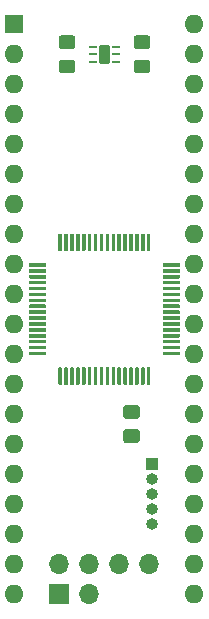
<source format=gbr>
G04 #@! TF.GenerationSoftware,KiCad,Pcbnew,(5.1.5)-3*
G04 #@! TF.CreationDate,2021-01-25T20:45:38-05:00*
G04 #@! TF.ProjectId,DIP40-XC9572XL,44495034-302d-4584-9339-353732584c2e,1*
G04 #@! TF.SameCoordinates,Original*
G04 #@! TF.FileFunction,Soldermask,Bot*
G04 #@! TF.FilePolarity,Negative*
%FSLAX46Y46*%
G04 Gerber Fmt 4.6, Leading zero omitted, Abs format (unit mm)*
G04 Created by KiCad (PCBNEW (5.1.5)-3) date 2021-01-25 20:45:38*
%MOMM*%
%LPD*%
G04 APERTURE LIST*
%ADD10R,1.700000X1.700000*%
%ADD11O,1.700000X1.700000*%
%ADD12C,0.100000*%
%ADD13R,0.650000X0.280000*%
%ADD14R,1.600000X1.600000*%
%ADD15O,1.600000X1.600000*%
%ADD16R,1.000000X1.000000*%
%ADD17O,1.000000X1.000000*%
G04 APERTURE END LIST*
D10*
X102870000Y-96520000D03*
D11*
X102870000Y-93980000D03*
X105410000Y-96520000D03*
X105410000Y-93980000D03*
X107950000Y-93980000D03*
X110490000Y-93980000D03*
D12*
G36*
X103979505Y-49201204D02*
G01*
X104003773Y-49204804D01*
X104027572Y-49210765D01*
X104050671Y-49219030D01*
X104072850Y-49229520D01*
X104093893Y-49242132D01*
X104113599Y-49256747D01*
X104131777Y-49273223D01*
X104148253Y-49291401D01*
X104162868Y-49311107D01*
X104175480Y-49332150D01*
X104185970Y-49354329D01*
X104194235Y-49377428D01*
X104200196Y-49401227D01*
X104203796Y-49425495D01*
X104205000Y-49449999D01*
X104205000Y-50100001D01*
X104203796Y-50124505D01*
X104200196Y-50148773D01*
X104194235Y-50172572D01*
X104185970Y-50195671D01*
X104175480Y-50217850D01*
X104162868Y-50238893D01*
X104148253Y-50258599D01*
X104131777Y-50276777D01*
X104113599Y-50293253D01*
X104093893Y-50307868D01*
X104072850Y-50320480D01*
X104050671Y-50330970D01*
X104027572Y-50339235D01*
X104003773Y-50345196D01*
X103979505Y-50348796D01*
X103955001Y-50350000D01*
X103054999Y-50350000D01*
X103030495Y-50348796D01*
X103006227Y-50345196D01*
X102982428Y-50339235D01*
X102959329Y-50330970D01*
X102937150Y-50320480D01*
X102916107Y-50307868D01*
X102896401Y-50293253D01*
X102878223Y-50276777D01*
X102861747Y-50258599D01*
X102847132Y-50238893D01*
X102834520Y-50217850D01*
X102824030Y-50195671D01*
X102815765Y-50172572D01*
X102809804Y-50148773D01*
X102806204Y-50124505D01*
X102805000Y-50100001D01*
X102805000Y-49449999D01*
X102806204Y-49425495D01*
X102809804Y-49401227D01*
X102815765Y-49377428D01*
X102824030Y-49354329D01*
X102834520Y-49332150D01*
X102847132Y-49311107D01*
X102861747Y-49291401D01*
X102878223Y-49273223D01*
X102896401Y-49256747D01*
X102916107Y-49242132D01*
X102937150Y-49229520D01*
X102959329Y-49219030D01*
X102982428Y-49210765D01*
X103006227Y-49204804D01*
X103030495Y-49201204D01*
X103054999Y-49200000D01*
X103955001Y-49200000D01*
X103979505Y-49201204D01*
G37*
G36*
X103979505Y-51251204D02*
G01*
X104003773Y-51254804D01*
X104027572Y-51260765D01*
X104050671Y-51269030D01*
X104072850Y-51279520D01*
X104093893Y-51292132D01*
X104113599Y-51306747D01*
X104131777Y-51323223D01*
X104148253Y-51341401D01*
X104162868Y-51361107D01*
X104175480Y-51382150D01*
X104185970Y-51404329D01*
X104194235Y-51427428D01*
X104200196Y-51451227D01*
X104203796Y-51475495D01*
X104205000Y-51499999D01*
X104205000Y-52150001D01*
X104203796Y-52174505D01*
X104200196Y-52198773D01*
X104194235Y-52222572D01*
X104185970Y-52245671D01*
X104175480Y-52267850D01*
X104162868Y-52288893D01*
X104148253Y-52308599D01*
X104131777Y-52326777D01*
X104113599Y-52343253D01*
X104093893Y-52357868D01*
X104072850Y-52370480D01*
X104050671Y-52380970D01*
X104027572Y-52389235D01*
X104003773Y-52395196D01*
X103979505Y-52398796D01*
X103955001Y-52400000D01*
X103054999Y-52400000D01*
X103030495Y-52398796D01*
X103006227Y-52395196D01*
X102982428Y-52389235D01*
X102959329Y-52380970D01*
X102937150Y-52370480D01*
X102916107Y-52357868D01*
X102896401Y-52343253D01*
X102878223Y-52326777D01*
X102861747Y-52308599D01*
X102847132Y-52288893D01*
X102834520Y-52267850D01*
X102824030Y-52245671D01*
X102815765Y-52222572D01*
X102809804Y-52198773D01*
X102806204Y-52174505D01*
X102805000Y-52150001D01*
X102805000Y-51499999D01*
X102806204Y-51475495D01*
X102809804Y-51451227D01*
X102815765Y-51427428D01*
X102824030Y-51404329D01*
X102834520Y-51382150D01*
X102847132Y-51361107D01*
X102861747Y-51341401D01*
X102878223Y-51323223D01*
X102896401Y-51306747D01*
X102916107Y-51292132D01*
X102937150Y-51279520D01*
X102959329Y-51269030D01*
X102982428Y-51260765D01*
X103006227Y-51254804D01*
X103030495Y-51251204D01*
X103054999Y-51250000D01*
X103955001Y-51250000D01*
X103979505Y-51251204D01*
G37*
G36*
X110329505Y-51251204D02*
G01*
X110353773Y-51254804D01*
X110377572Y-51260765D01*
X110400671Y-51269030D01*
X110422850Y-51279520D01*
X110443893Y-51292132D01*
X110463599Y-51306747D01*
X110481777Y-51323223D01*
X110498253Y-51341401D01*
X110512868Y-51361107D01*
X110525480Y-51382150D01*
X110535970Y-51404329D01*
X110544235Y-51427428D01*
X110550196Y-51451227D01*
X110553796Y-51475495D01*
X110555000Y-51499999D01*
X110555000Y-52150001D01*
X110553796Y-52174505D01*
X110550196Y-52198773D01*
X110544235Y-52222572D01*
X110535970Y-52245671D01*
X110525480Y-52267850D01*
X110512868Y-52288893D01*
X110498253Y-52308599D01*
X110481777Y-52326777D01*
X110463599Y-52343253D01*
X110443893Y-52357868D01*
X110422850Y-52370480D01*
X110400671Y-52380970D01*
X110377572Y-52389235D01*
X110353773Y-52395196D01*
X110329505Y-52398796D01*
X110305001Y-52400000D01*
X109404999Y-52400000D01*
X109380495Y-52398796D01*
X109356227Y-52395196D01*
X109332428Y-52389235D01*
X109309329Y-52380970D01*
X109287150Y-52370480D01*
X109266107Y-52357868D01*
X109246401Y-52343253D01*
X109228223Y-52326777D01*
X109211747Y-52308599D01*
X109197132Y-52288893D01*
X109184520Y-52267850D01*
X109174030Y-52245671D01*
X109165765Y-52222572D01*
X109159804Y-52198773D01*
X109156204Y-52174505D01*
X109155000Y-52150001D01*
X109155000Y-51499999D01*
X109156204Y-51475495D01*
X109159804Y-51451227D01*
X109165765Y-51427428D01*
X109174030Y-51404329D01*
X109184520Y-51382150D01*
X109197132Y-51361107D01*
X109211747Y-51341401D01*
X109228223Y-51323223D01*
X109246401Y-51306747D01*
X109266107Y-51292132D01*
X109287150Y-51279520D01*
X109309329Y-51269030D01*
X109332428Y-51260765D01*
X109356227Y-51254804D01*
X109380495Y-51251204D01*
X109404999Y-51250000D01*
X110305001Y-51250000D01*
X110329505Y-51251204D01*
G37*
G36*
X110329505Y-49201204D02*
G01*
X110353773Y-49204804D01*
X110377572Y-49210765D01*
X110400671Y-49219030D01*
X110422850Y-49229520D01*
X110443893Y-49242132D01*
X110463599Y-49256747D01*
X110481777Y-49273223D01*
X110498253Y-49291401D01*
X110512868Y-49311107D01*
X110525480Y-49332150D01*
X110535970Y-49354329D01*
X110544235Y-49377428D01*
X110550196Y-49401227D01*
X110553796Y-49425495D01*
X110555000Y-49449999D01*
X110555000Y-50100001D01*
X110553796Y-50124505D01*
X110550196Y-50148773D01*
X110544235Y-50172572D01*
X110535970Y-50195671D01*
X110525480Y-50217850D01*
X110512868Y-50238893D01*
X110498253Y-50258599D01*
X110481777Y-50276777D01*
X110463599Y-50293253D01*
X110443893Y-50307868D01*
X110422850Y-50320480D01*
X110400671Y-50330970D01*
X110377572Y-50339235D01*
X110353773Y-50345196D01*
X110329505Y-50348796D01*
X110305001Y-50350000D01*
X109404999Y-50350000D01*
X109380495Y-50348796D01*
X109356227Y-50345196D01*
X109332428Y-50339235D01*
X109309329Y-50330970D01*
X109287150Y-50320480D01*
X109266107Y-50307868D01*
X109246401Y-50293253D01*
X109228223Y-50276777D01*
X109211747Y-50258599D01*
X109197132Y-50238893D01*
X109184520Y-50217850D01*
X109174030Y-50195671D01*
X109165765Y-50172572D01*
X109159804Y-50148773D01*
X109156204Y-50124505D01*
X109155000Y-50100001D01*
X109155000Y-49449999D01*
X109156204Y-49425495D01*
X109159804Y-49401227D01*
X109165765Y-49377428D01*
X109174030Y-49354329D01*
X109184520Y-49332150D01*
X109197132Y-49311107D01*
X109211747Y-49291401D01*
X109228223Y-49273223D01*
X109246401Y-49256747D01*
X109266107Y-49242132D01*
X109287150Y-49229520D01*
X109309329Y-49219030D01*
X109332428Y-49210765D01*
X109356227Y-49204804D01*
X109380495Y-49201204D01*
X109404999Y-49200000D01*
X110305001Y-49200000D01*
X110329505Y-49201204D01*
G37*
G36*
X109440505Y-80506704D02*
G01*
X109464773Y-80510304D01*
X109488572Y-80516265D01*
X109511671Y-80524530D01*
X109533850Y-80535020D01*
X109554893Y-80547632D01*
X109574599Y-80562247D01*
X109592777Y-80578723D01*
X109609253Y-80596901D01*
X109623868Y-80616607D01*
X109636480Y-80637650D01*
X109646970Y-80659829D01*
X109655235Y-80682928D01*
X109661196Y-80706727D01*
X109664796Y-80730995D01*
X109666000Y-80755499D01*
X109666000Y-81405501D01*
X109664796Y-81430005D01*
X109661196Y-81454273D01*
X109655235Y-81478072D01*
X109646970Y-81501171D01*
X109636480Y-81523350D01*
X109623868Y-81544393D01*
X109609253Y-81564099D01*
X109592777Y-81582277D01*
X109574599Y-81598753D01*
X109554893Y-81613368D01*
X109533850Y-81625980D01*
X109511671Y-81636470D01*
X109488572Y-81644735D01*
X109464773Y-81650696D01*
X109440505Y-81654296D01*
X109416001Y-81655500D01*
X108515999Y-81655500D01*
X108491495Y-81654296D01*
X108467227Y-81650696D01*
X108443428Y-81644735D01*
X108420329Y-81636470D01*
X108398150Y-81625980D01*
X108377107Y-81613368D01*
X108357401Y-81598753D01*
X108339223Y-81582277D01*
X108322747Y-81564099D01*
X108308132Y-81544393D01*
X108295520Y-81523350D01*
X108285030Y-81501171D01*
X108276765Y-81478072D01*
X108270804Y-81454273D01*
X108267204Y-81430005D01*
X108266000Y-81405501D01*
X108266000Y-80755499D01*
X108267204Y-80730995D01*
X108270804Y-80706727D01*
X108276765Y-80682928D01*
X108285030Y-80659829D01*
X108295520Y-80637650D01*
X108308132Y-80616607D01*
X108322747Y-80596901D01*
X108339223Y-80578723D01*
X108357401Y-80562247D01*
X108377107Y-80547632D01*
X108398150Y-80535020D01*
X108420329Y-80524530D01*
X108443428Y-80516265D01*
X108467227Y-80510304D01*
X108491495Y-80506704D01*
X108515999Y-80505500D01*
X109416001Y-80505500D01*
X109440505Y-80506704D01*
G37*
G36*
X109440505Y-82556704D02*
G01*
X109464773Y-82560304D01*
X109488572Y-82566265D01*
X109511671Y-82574530D01*
X109533850Y-82585020D01*
X109554893Y-82597632D01*
X109574599Y-82612247D01*
X109592777Y-82628723D01*
X109609253Y-82646901D01*
X109623868Y-82666607D01*
X109636480Y-82687650D01*
X109646970Y-82709829D01*
X109655235Y-82732928D01*
X109661196Y-82756727D01*
X109664796Y-82780995D01*
X109666000Y-82805499D01*
X109666000Y-83455501D01*
X109664796Y-83480005D01*
X109661196Y-83504273D01*
X109655235Y-83528072D01*
X109646970Y-83551171D01*
X109636480Y-83573350D01*
X109623868Y-83594393D01*
X109609253Y-83614099D01*
X109592777Y-83632277D01*
X109574599Y-83648753D01*
X109554893Y-83663368D01*
X109533850Y-83675980D01*
X109511671Y-83686470D01*
X109488572Y-83694735D01*
X109464773Y-83700696D01*
X109440505Y-83704296D01*
X109416001Y-83705500D01*
X108515999Y-83705500D01*
X108491495Y-83704296D01*
X108467227Y-83700696D01*
X108443428Y-83694735D01*
X108420329Y-83686470D01*
X108398150Y-83675980D01*
X108377107Y-83663368D01*
X108357401Y-83648753D01*
X108339223Y-83632277D01*
X108322747Y-83614099D01*
X108308132Y-83594393D01*
X108295520Y-83573350D01*
X108285030Y-83551171D01*
X108276765Y-83528072D01*
X108270804Y-83504273D01*
X108267204Y-83480005D01*
X108266000Y-83455501D01*
X108266000Y-82805499D01*
X108267204Y-82780995D01*
X108270804Y-82756727D01*
X108276765Y-82732928D01*
X108285030Y-82709829D01*
X108295520Y-82687650D01*
X108308132Y-82666607D01*
X108322747Y-82646901D01*
X108339223Y-82628723D01*
X108357401Y-82612247D01*
X108377107Y-82597632D01*
X108398150Y-82585020D01*
X108420329Y-82574530D01*
X108443428Y-82566265D01*
X108467227Y-82560304D01*
X108491495Y-82556704D01*
X108515999Y-82555500D01*
X109416001Y-82555500D01*
X109440505Y-82556704D01*
G37*
D13*
X107630000Y-50150000D03*
X107630000Y-50800000D03*
X107630000Y-51450000D03*
X105730000Y-51450000D03*
X105730000Y-50800000D03*
X105730000Y-50150000D03*
D12*
G36*
X106954504Y-50001204D02*
G01*
X106978773Y-50004804D01*
X107002571Y-50010765D01*
X107025671Y-50019030D01*
X107047849Y-50029520D01*
X107068893Y-50042133D01*
X107088598Y-50056747D01*
X107106777Y-50073223D01*
X107123253Y-50091402D01*
X107137867Y-50111107D01*
X107150480Y-50132151D01*
X107160970Y-50154329D01*
X107169235Y-50177429D01*
X107175196Y-50201227D01*
X107178796Y-50225496D01*
X107180000Y-50250000D01*
X107180000Y-51350000D01*
X107178796Y-51374504D01*
X107175196Y-51398773D01*
X107169235Y-51422571D01*
X107160970Y-51445671D01*
X107150480Y-51467849D01*
X107137867Y-51488893D01*
X107123253Y-51508598D01*
X107106777Y-51526777D01*
X107088598Y-51543253D01*
X107068893Y-51557867D01*
X107047849Y-51570480D01*
X107025671Y-51580970D01*
X107002571Y-51589235D01*
X106978773Y-51595196D01*
X106954504Y-51598796D01*
X106930000Y-51600000D01*
X106430000Y-51600000D01*
X106405496Y-51598796D01*
X106381227Y-51595196D01*
X106357429Y-51589235D01*
X106334329Y-51580970D01*
X106312151Y-51570480D01*
X106291107Y-51557867D01*
X106271402Y-51543253D01*
X106253223Y-51526777D01*
X106236747Y-51508598D01*
X106222133Y-51488893D01*
X106209520Y-51467849D01*
X106199030Y-51445671D01*
X106190765Y-51422571D01*
X106184804Y-51398773D01*
X106181204Y-51374504D01*
X106180000Y-51350000D01*
X106180000Y-50250000D01*
X106181204Y-50225496D01*
X106184804Y-50201227D01*
X106190765Y-50177429D01*
X106199030Y-50154329D01*
X106209520Y-50132151D01*
X106222133Y-50111107D01*
X106236747Y-50091402D01*
X106253223Y-50073223D01*
X106271402Y-50056747D01*
X106291107Y-50042133D01*
X106312151Y-50029520D01*
X106334329Y-50019030D01*
X106357429Y-50010765D01*
X106381227Y-50004804D01*
X106405496Y-50001204D01*
X106430000Y-50000000D01*
X106930000Y-50000000D01*
X106954504Y-50001204D01*
G37*
G36*
X113012351Y-68490361D02*
G01*
X113019632Y-68491441D01*
X113026771Y-68493229D01*
X113033701Y-68495709D01*
X113040355Y-68498856D01*
X113046668Y-68502640D01*
X113052579Y-68507024D01*
X113058033Y-68511967D01*
X113062976Y-68517421D01*
X113067360Y-68523332D01*
X113071144Y-68529645D01*
X113074291Y-68536299D01*
X113076771Y-68543229D01*
X113078559Y-68550368D01*
X113079639Y-68557649D01*
X113080000Y-68565000D01*
X113080000Y-68715000D01*
X113079639Y-68722351D01*
X113078559Y-68729632D01*
X113076771Y-68736771D01*
X113074291Y-68743701D01*
X113071144Y-68750355D01*
X113067360Y-68756668D01*
X113062976Y-68762579D01*
X113058033Y-68768033D01*
X113052579Y-68772976D01*
X113046668Y-68777360D01*
X113040355Y-68781144D01*
X113033701Y-68784291D01*
X113026771Y-68786771D01*
X113019632Y-68788559D01*
X113012351Y-68789639D01*
X113005000Y-68790000D01*
X111680000Y-68790000D01*
X111672649Y-68789639D01*
X111665368Y-68788559D01*
X111658229Y-68786771D01*
X111651299Y-68784291D01*
X111644645Y-68781144D01*
X111638332Y-68777360D01*
X111632421Y-68772976D01*
X111626967Y-68768033D01*
X111622024Y-68762579D01*
X111617640Y-68756668D01*
X111613856Y-68750355D01*
X111610709Y-68743701D01*
X111608229Y-68736771D01*
X111606441Y-68729632D01*
X111605361Y-68722351D01*
X111605000Y-68715000D01*
X111605000Y-68565000D01*
X111605361Y-68557649D01*
X111606441Y-68550368D01*
X111608229Y-68543229D01*
X111610709Y-68536299D01*
X111613856Y-68529645D01*
X111617640Y-68523332D01*
X111622024Y-68517421D01*
X111626967Y-68511967D01*
X111632421Y-68507024D01*
X111638332Y-68502640D01*
X111644645Y-68498856D01*
X111651299Y-68495709D01*
X111658229Y-68493229D01*
X111665368Y-68491441D01*
X111672649Y-68490361D01*
X111680000Y-68490000D01*
X113005000Y-68490000D01*
X113012351Y-68490361D01*
G37*
G36*
X113012351Y-68990361D02*
G01*
X113019632Y-68991441D01*
X113026771Y-68993229D01*
X113033701Y-68995709D01*
X113040355Y-68998856D01*
X113046668Y-69002640D01*
X113052579Y-69007024D01*
X113058033Y-69011967D01*
X113062976Y-69017421D01*
X113067360Y-69023332D01*
X113071144Y-69029645D01*
X113074291Y-69036299D01*
X113076771Y-69043229D01*
X113078559Y-69050368D01*
X113079639Y-69057649D01*
X113080000Y-69065000D01*
X113080000Y-69215000D01*
X113079639Y-69222351D01*
X113078559Y-69229632D01*
X113076771Y-69236771D01*
X113074291Y-69243701D01*
X113071144Y-69250355D01*
X113067360Y-69256668D01*
X113062976Y-69262579D01*
X113058033Y-69268033D01*
X113052579Y-69272976D01*
X113046668Y-69277360D01*
X113040355Y-69281144D01*
X113033701Y-69284291D01*
X113026771Y-69286771D01*
X113019632Y-69288559D01*
X113012351Y-69289639D01*
X113005000Y-69290000D01*
X111680000Y-69290000D01*
X111672649Y-69289639D01*
X111665368Y-69288559D01*
X111658229Y-69286771D01*
X111651299Y-69284291D01*
X111644645Y-69281144D01*
X111638332Y-69277360D01*
X111632421Y-69272976D01*
X111626967Y-69268033D01*
X111622024Y-69262579D01*
X111617640Y-69256668D01*
X111613856Y-69250355D01*
X111610709Y-69243701D01*
X111608229Y-69236771D01*
X111606441Y-69229632D01*
X111605361Y-69222351D01*
X111605000Y-69215000D01*
X111605000Y-69065000D01*
X111605361Y-69057649D01*
X111606441Y-69050368D01*
X111608229Y-69043229D01*
X111610709Y-69036299D01*
X111613856Y-69029645D01*
X111617640Y-69023332D01*
X111622024Y-69017421D01*
X111626967Y-69011967D01*
X111632421Y-69007024D01*
X111638332Y-69002640D01*
X111644645Y-68998856D01*
X111651299Y-68995709D01*
X111658229Y-68993229D01*
X111665368Y-68991441D01*
X111672649Y-68990361D01*
X111680000Y-68990000D01*
X113005000Y-68990000D01*
X113012351Y-68990361D01*
G37*
G36*
X113012351Y-69490361D02*
G01*
X113019632Y-69491441D01*
X113026771Y-69493229D01*
X113033701Y-69495709D01*
X113040355Y-69498856D01*
X113046668Y-69502640D01*
X113052579Y-69507024D01*
X113058033Y-69511967D01*
X113062976Y-69517421D01*
X113067360Y-69523332D01*
X113071144Y-69529645D01*
X113074291Y-69536299D01*
X113076771Y-69543229D01*
X113078559Y-69550368D01*
X113079639Y-69557649D01*
X113080000Y-69565000D01*
X113080000Y-69715000D01*
X113079639Y-69722351D01*
X113078559Y-69729632D01*
X113076771Y-69736771D01*
X113074291Y-69743701D01*
X113071144Y-69750355D01*
X113067360Y-69756668D01*
X113062976Y-69762579D01*
X113058033Y-69768033D01*
X113052579Y-69772976D01*
X113046668Y-69777360D01*
X113040355Y-69781144D01*
X113033701Y-69784291D01*
X113026771Y-69786771D01*
X113019632Y-69788559D01*
X113012351Y-69789639D01*
X113005000Y-69790000D01*
X111680000Y-69790000D01*
X111672649Y-69789639D01*
X111665368Y-69788559D01*
X111658229Y-69786771D01*
X111651299Y-69784291D01*
X111644645Y-69781144D01*
X111638332Y-69777360D01*
X111632421Y-69772976D01*
X111626967Y-69768033D01*
X111622024Y-69762579D01*
X111617640Y-69756668D01*
X111613856Y-69750355D01*
X111610709Y-69743701D01*
X111608229Y-69736771D01*
X111606441Y-69729632D01*
X111605361Y-69722351D01*
X111605000Y-69715000D01*
X111605000Y-69565000D01*
X111605361Y-69557649D01*
X111606441Y-69550368D01*
X111608229Y-69543229D01*
X111610709Y-69536299D01*
X111613856Y-69529645D01*
X111617640Y-69523332D01*
X111622024Y-69517421D01*
X111626967Y-69511967D01*
X111632421Y-69507024D01*
X111638332Y-69502640D01*
X111644645Y-69498856D01*
X111651299Y-69495709D01*
X111658229Y-69493229D01*
X111665368Y-69491441D01*
X111672649Y-69490361D01*
X111680000Y-69490000D01*
X113005000Y-69490000D01*
X113012351Y-69490361D01*
G37*
G36*
X113012351Y-69990361D02*
G01*
X113019632Y-69991441D01*
X113026771Y-69993229D01*
X113033701Y-69995709D01*
X113040355Y-69998856D01*
X113046668Y-70002640D01*
X113052579Y-70007024D01*
X113058033Y-70011967D01*
X113062976Y-70017421D01*
X113067360Y-70023332D01*
X113071144Y-70029645D01*
X113074291Y-70036299D01*
X113076771Y-70043229D01*
X113078559Y-70050368D01*
X113079639Y-70057649D01*
X113080000Y-70065000D01*
X113080000Y-70215000D01*
X113079639Y-70222351D01*
X113078559Y-70229632D01*
X113076771Y-70236771D01*
X113074291Y-70243701D01*
X113071144Y-70250355D01*
X113067360Y-70256668D01*
X113062976Y-70262579D01*
X113058033Y-70268033D01*
X113052579Y-70272976D01*
X113046668Y-70277360D01*
X113040355Y-70281144D01*
X113033701Y-70284291D01*
X113026771Y-70286771D01*
X113019632Y-70288559D01*
X113012351Y-70289639D01*
X113005000Y-70290000D01*
X111680000Y-70290000D01*
X111672649Y-70289639D01*
X111665368Y-70288559D01*
X111658229Y-70286771D01*
X111651299Y-70284291D01*
X111644645Y-70281144D01*
X111638332Y-70277360D01*
X111632421Y-70272976D01*
X111626967Y-70268033D01*
X111622024Y-70262579D01*
X111617640Y-70256668D01*
X111613856Y-70250355D01*
X111610709Y-70243701D01*
X111608229Y-70236771D01*
X111606441Y-70229632D01*
X111605361Y-70222351D01*
X111605000Y-70215000D01*
X111605000Y-70065000D01*
X111605361Y-70057649D01*
X111606441Y-70050368D01*
X111608229Y-70043229D01*
X111610709Y-70036299D01*
X111613856Y-70029645D01*
X111617640Y-70023332D01*
X111622024Y-70017421D01*
X111626967Y-70011967D01*
X111632421Y-70007024D01*
X111638332Y-70002640D01*
X111644645Y-69998856D01*
X111651299Y-69995709D01*
X111658229Y-69993229D01*
X111665368Y-69991441D01*
X111672649Y-69990361D01*
X111680000Y-69990000D01*
X113005000Y-69990000D01*
X113012351Y-69990361D01*
G37*
G36*
X113012351Y-70490361D02*
G01*
X113019632Y-70491441D01*
X113026771Y-70493229D01*
X113033701Y-70495709D01*
X113040355Y-70498856D01*
X113046668Y-70502640D01*
X113052579Y-70507024D01*
X113058033Y-70511967D01*
X113062976Y-70517421D01*
X113067360Y-70523332D01*
X113071144Y-70529645D01*
X113074291Y-70536299D01*
X113076771Y-70543229D01*
X113078559Y-70550368D01*
X113079639Y-70557649D01*
X113080000Y-70565000D01*
X113080000Y-70715000D01*
X113079639Y-70722351D01*
X113078559Y-70729632D01*
X113076771Y-70736771D01*
X113074291Y-70743701D01*
X113071144Y-70750355D01*
X113067360Y-70756668D01*
X113062976Y-70762579D01*
X113058033Y-70768033D01*
X113052579Y-70772976D01*
X113046668Y-70777360D01*
X113040355Y-70781144D01*
X113033701Y-70784291D01*
X113026771Y-70786771D01*
X113019632Y-70788559D01*
X113012351Y-70789639D01*
X113005000Y-70790000D01*
X111680000Y-70790000D01*
X111672649Y-70789639D01*
X111665368Y-70788559D01*
X111658229Y-70786771D01*
X111651299Y-70784291D01*
X111644645Y-70781144D01*
X111638332Y-70777360D01*
X111632421Y-70772976D01*
X111626967Y-70768033D01*
X111622024Y-70762579D01*
X111617640Y-70756668D01*
X111613856Y-70750355D01*
X111610709Y-70743701D01*
X111608229Y-70736771D01*
X111606441Y-70729632D01*
X111605361Y-70722351D01*
X111605000Y-70715000D01*
X111605000Y-70565000D01*
X111605361Y-70557649D01*
X111606441Y-70550368D01*
X111608229Y-70543229D01*
X111610709Y-70536299D01*
X111613856Y-70529645D01*
X111617640Y-70523332D01*
X111622024Y-70517421D01*
X111626967Y-70511967D01*
X111632421Y-70507024D01*
X111638332Y-70502640D01*
X111644645Y-70498856D01*
X111651299Y-70495709D01*
X111658229Y-70493229D01*
X111665368Y-70491441D01*
X111672649Y-70490361D01*
X111680000Y-70490000D01*
X113005000Y-70490000D01*
X113012351Y-70490361D01*
G37*
G36*
X113012351Y-70990361D02*
G01*
X113019632Y-70991441D01*
X113026771Y-70993229D01*
X113033701Y-70995709D01*
X113040355Y-70998856D01*
X113046668Y-71002640D01*
X113052579Y-71007024D01*
X113058033Y-71011967D01*
X113062976Y-71017421D01*
X113067360Y-71023332D01*
X113071144Y-71029645D01*
X113074291Y-71036299D01*
X113076771Y-71043229D01*
X113078559Y-71050368D01*
X113079639Y-71057649D01*
X113080000Y-71065000D01*
X113080000Y-71215000D01*
X113079639Y-71222351D01*
X113078559Y-71229632D01*
X113076771Y-71236771D01*
X113074291Y-71243701D01*
X113071144Y-71250355D01*
X113067360Y-71256668D01*
X113062976Y-71262579D01*
X113058033Y-71268033D01*
X113052579Y-71272976D01*
X113046668Y-71277360D01*
X113040355Y-71281144D01*
X113033701Y-71284291D01*
X113026771Y-71286771D01*
X113019632Y-71288559D01*
X113012351Y-71289639D01*
X113005000Y-71290000D01*
X111680000Y-71290000D01*
X111672649Y-71289639D01*
X111665368Y-71288559D01*
X111658229Y-71286771D01*
X111651299Y-71284291D01*
X111644645Y-71281144D01*
X111638332Y-71277360D01*
X111632421Y-71272976D01*
X111626967Y-71268033D01*
X111622024Y-71262579D01*
X111617640Y-71256668D01*
X111613856Y-71250355D01*
X111610709Y-71243701D01*
X111608229Y-71236771D01*
X111606441Y-71229632D01*
X111605361Y-71222351D01*
X111605000Y-71215000D01*
X111605000Y-71065000D01*
X111605361Y-71057649D01*
X111606441Y-71050368D01*
X111608229Y-71043229D01*
X111610709Y-71036299D01*
X111613856Y-71029645D01*
X111617640Y-71023332D01*
X111622024Y-71017421D01*
X111626967Y-71011967D01*
X111632421Y-71007024D01*
X111638332Y-71002640D01*
X111644645Y-70998856D01*
X111651299Y-70995709D01*
X111658229Y-70993229D01*
X111665368Y-70991441D01*
X111672649Y-70990361D01*
X111680000Y-70990000D01*
X113005000Y-70990000D01*
X113012351Y-70990361D01*
G37*
G36*
X113012351Y-71490361D02*
G01*
X113019632Y-71491441D01*
X113026771Y-71493229D01*
X113033701Y-71495709D01*
X113040355Y-71498856D01*
X113046668Y-71502640D01*
X113052579Y-71507024D01*
X113058033Y-71511967D01*
X113062976Y-71517421D01*
X113067360Y-71523332D01*
X113071144Y-71529645D01*
X113074291Y-71536299D01*
X113076771Y-71543229D01*
X113078559Y-71550368D01*
X113079639Y-71557649D01*
X113080000Y-71565000D01*
X113080000Y-71715000D01*
X113079639Y-71722351D01*
X113078559Y-71729632D01*
X113076771Y-71736771D01*
X113074291Y-71743701D01*
X113071144Y-71750355D01*
X113067360Y-71756668D01*
X113062976Y-71762579D01*
X113058033Y-71768033D01*
X113052579Y-71772976D01*
X113046668Y-71777360D01*
X113040355Y-71781144D01*
X113033701Y-71784291D01*
X113026771Y-71786771D01*
X113019632Y-71788559D01*
X113012351Y-71789639D01*
X113005000Y-71790000D01*
X111680000Y-71790000D01*
X111672649Y-71789639D01*
X111665368Y-71788559D01*
X111658229Y-71786771D01*
X111651299Y-71784291D01*
X111644645Y-71781144D01*
X111638332Y-71777360D01*
X111632421Y-71772976D01*
X111626967Y-71768033D01*
X111622024Y-71762579D01*
X111617640Y-71756668D01*
X111613856Y-71750355D01*
X111610709Y-71743701D01*
X111608229Y-71736771D01*
X111606441Y-71729632D01*
X111605361Y-71722351D01*
X111605000Y-71715000D01*
X111605000Y-71565000D01*
X111605361Y-71557649D01*
X111606441Y-71550368D01*
X111608229Y-71543229D01*
X111610709Y-71536299D01*
X111613856Y-71529645D01*
X111617640Y-71523332D01*
X111622024Y-71517421D01*
X111626967Y-71511967D01*
X111632421Y-71507024D01*
X111638332Y-71502640D01*
X111644645Y-71498856D01*
X111651299Y-71495709D01*
X111658229Y-71493229D01*
X111665368Y-71491441D01*
X111672649Y-71490361D01*
X111680000Y-71490000D01*
X113005000Y-71490000D01*
X113012351Y-71490361D01*
G37*
G36*
X113012351Y-71990361D02*
G01*
X113019632Y-71991441D01*
X113026771Y-71993229D01*
X113033701Y-71995709D01*
X113040355Y-71998856D01*
X113046668Y-72002640D01*
X113052579Y-72007024D01*
X113058033Y-72011967D01*
X113062976Y-72017421D01*
X113067360Y-72023332D01*
X113071144Y-72029645D01*
X113074291Y-72036299D01*
X113076771Y-72043229D01*
X113078559Y-72050368D01*
X113079639Y-72057649D01*
X113080000Y-72065000D01*
X113080000Y-72215000D01*
X113079639Y-72222351D01*
X113078559Y-72229632D01*
X113076771Y-72236771D01*
X113074291Y-72243701D01*
X113071144Y-72250355D01*
X113067360Y-72256668D01*
X113062976Y-72262579D01*
X113058033Y-72268033D01*
X113052579Y-72272976D01*
X113046668Y-72277360D01*
X113040355Y-72281144D01*
X113033701Y-72284291D01*
X113026771Y-72286771D01*
X113019632Y-72288559D01*
X113012351Y-72289639D01*
X113005000Y-72290000D01*
X111680000Y-72290000D01*
X111672649Y-72289639D01*
X111665368Y-72288559D01*
X111658229Y-72286771D01*
X111651299Y-72284291D01*
X111644645Y-72281144D01*
X111638332Y-72277360D01*
X111632421Y-72272976D01*
X111626967Y-72268033D01*
X111622024Y-72262579D01*
X111617640Y-72256668D01*
X111613856Y-72250355D01*
X111610709Y-72243701D01*
X111608229Y-72236771D01*
X111606441Y-72229632D01*
X111605361Y-72222351D01*
X111605000Y-72215000D01*
X111605000Y-72065000D01*
X111605361Y-72057649D01*
X111606441Y-72050368D01*
X111608229Y-72043229D01*
X111610709Y-72036299D01*
X111613856Y-72029645D01*
X111617640Y-72023332D01*
X111622024Y-72017421D01*
X111626967Y-72011967D01*
X111632421Y-72007024D01*
X111638332Y-72002640D01*
X111644645Y-71998856D01*
X111651299Y-71995709D01*
X111658229Y-71993229D01*
X111665368Y-71991441D01*
X111672649Y-71990361D01*
X111680000Y-71990000D01*
X113005000Y-71990000D01*
X113012351Y-71990361D01*
G37*
G36*
X113012351Y-72490361D02*
G01*
X113019632Y-72491441D01*
X113026771Y-72493229D01*
X113033701Y-72495709D01*
X113040355Y-72498856D01*
X113046668Y-72502640D01*
X113052579Y-72507024D01*
X113058033Y-72511967D01*
X113062976Y-72517421D01*
X113067360Y-72523332D01*
X113071144Y-72529645D01*
X113074291Y-72536299D01*
X113076771Y-72543229D01*
X113078559Y-72550368D01*
X113079639Y-72557649D01*
X113080000Y-72565000D01*
X113080000Y-72715000D01*
X113079639Y-72722351D01*
X113078559Y-72729632D01*
X113076771Y-72736771D01*
X113074291Y-72743701D01*
X113071144Y-72750355D01*
X113067360Y-72756668D01*
X113062976Y-72762579D01*
X113058033Y-72768033D01*
X113052579Y-72772976D01*
X113046668Y-72777360D01*
X113040355Y-72781144D01*
X113033701Y-72784291D01*
X113026771Y-72786771D01*
X113019632Y-72788559D01*
X113012351Y-72789639D01*
X113005000Y-72790000D01*
X111680000Y-72790000D01*
X111672649Y-72789639D01*
X111665368Y-72788559D01*
X111658229Y-72786771D01*
X111651299Y-72784291D01*
X111644645Y-72781144D01*
X111638332Y-72777360D01*
X111632421Y-72772976D01*
X111626967Y-72768033D01*
X111622024Y-72762579D01*
X111617640Y-72756668D01*
X111613856Y-72750355D01*
X111610709Y-72743701D01*
X111608229Y-72736771D01*
X111606441Y-72729632D01*
X111605361Y-72722351D01*
X111605000Y-72715000D01*
X111605000Y-72565000D01*
X111605361Y-72557649D01*
X111606441Y-72550368D01*
X111608229Y-72543229D01*
X111610709Y-72536299D01*
X111613856Y-72529645D01*
X111617640Y-72523332D01*
X111622024Y-72517421D01*
X111626967Y-72511967D01*
X111632421Y-72507024D01*
X111638332Y-72502640D01*
X111644645Y-72498856D01*
X111651299Y-72495709D01*
X111658229Y-72493229D01*
X111665368Y-72491441D01*
X111672649Y-72490361D01*
X111680000Y-72490000D01*
X113005000Y-72490000D01*
X113012351Y-72490361D01*
G37*
G36*
X113012351Y-72990361D02*
G01*
X113019632Y-72991441D01*
X113026771Y-72993229D01*
X113033701Y-72995709D01*
X113040355Y-72998856D01*
X113046668Y-73002640D01*
X113052579Y-73007024D01*
X113058033Y-73011967D01*
X113062976Y-73017421D01*
X113067360Y-73023332D01*
X113071144Y-73029645D01*
X113074291Y-73036299D01*
X113076771Y-73043229D01*
X113078559Y-73050368D01*
X113079639Y-73057649D01*
X113080000Y-73065000D01*
X113080000Y-73215000D01*
X113079639Y-73222351D01*
X113078559Y-73229632D01*
X113076771Y-73236771D01*
X113074291Y-73243701D01*
X113071144Y-73250355D01*
X113067360Y-73256668D01*
X113062976Y-73262579D01*
X113058033Y-73268033D01*
X113052579Y-73272976D01*
X113046668Y-73277360D01*
X113040355Y-73281144D01*
X113033701Y-73284291D01*
X113026771Y-73286771D01*
X113019632Y-73288559D01*
X113012351Y-73289639D01*
X113005000Y-73290000D01*
X111680000Y-73290000D01*
X111672649Y-73289639D01*
X111665368Y-73288559D01*
X111658229Y-73286771D01*
X111651299Y-73284291D01*
X111644645Y-73281144D01*
X111638332Y-73277360D01*
X111632421Y-73272976D01*
X111626967Y-73268033D01*
X111622024Y-73262579D01*
X111617640Y-73256668D01*
X111613856Y-73250355D01*
X111610709Y-73243701D01*
X111608229Y-73236771D01*
X111606441Y-73229632D01*
X111605361Y-73222351D01*
X111605000Y-73215000D01*
X111605000Y-73065000D01*
X111605361Y-73057649D01*
X111606441Y-73050368D01*
X111608229Y-73043229D01*
X111610709Y-73036299D01*
X111613856Y-73029645D01*
X111617640Y-73023332D01*
X111622024Y-73017421D01*
X111626967Y-73011967D01*
X111632421Y-73007024D01*
X111638332Y-73002640D01*
X111644645Y-72998856D01*
X111651299Y-72995709D01*
X111658229Y-72993229D01*
X111665368Y-72991441D01*
X111672649Y-72990361D01*
X111680000Y-72990000D01*
X113005000Y-72990000D01*
X113012351Y-72990361D01*
G37*
G36*
X113012351Y-73490361D02*
G01*
X113019632Y-73491441D01*
X113026771Y-73493229D01*
X113033701Y-73495709D01*
X113040355Y-73498856D01*
X113046668Y-73502640D01*
X113052579Y-73507024D01*
X113058033Y-73511967D01*
X113062976Y-73517421D01*
X113067360Y-73523332D01*
X113071144Y-73529645D01*
X113074291Y-73536299D01*
X113076771Y-73543229D01*
X113078559Y-73550368D01*
X113079639Y-73557649D01*
X113080000Y-73565000D01*
X113080000Y-73715000D01*
X113079639Y-73722351D01*
X113078559Y-73729632D01*
X113076771Y-73736771D01*
X113074291Y-73743701D01*
X113071144Y-73750355D01*
X113067360Y-73756668D01*
X113062976Y-73762579D01*
X113058033Y-73768033D01*
X113052579Y-73772976D01*
X113046668Y-73777360D01*
X113040355Y-73781144D01*
X113033701Y-73784291D01*
X113026771Y-73786771D01*
X113019632Y-73788559D01*
X113012351Y-73789639D01*
X113005000Y-73790000D01*
X111680000Y-73790000D01*
X111672649Y-73789639D01*
X111665368Y-73788559D01*
X111658229Y-73786771D01*
X111651299Y-73784291D01*
X111644645Y-73781144D01*
X111638332Y-73777360D01*
X111632421Y-73772976D01*
X111626967Y-73768033D01*
X111622024Y-73762579D01*
X111617640Y-73756668D01*
X111613856Y-73750355D01*
X111610709Y-73743701D01*
X111608229Y-73736771D01*
X111606441Y-73729632D01*
X111605361Y-73722351D01*
X111605000Y-73715000D01*
X111605000Y-73565000D01*
X111605361Y-73557649D01*
X111606441Y-73550368D01*
X111608229Y-73543229D01*
X111610709Y-73536299D01*
X111613856Y-73529645D01*
X111617640Y-73523332D01*
X111622024Y-73517421D01*
X111626967Y-73511967D01*
X111632421Y-73507024D01*
X111638332Y-73502640D01*
X111644645Y-73498856D01*
X111651299Y-73495709D01*
X111658229Y-73493229D01*
X111665368Y-73491441D01*
X111672649Y-73490361D01*
X111680000Y-73490000D01*
X113005000Y-73490000D01*
X113012351Y-73490361D01*
G37*
G36*
X113012351Y-73990361D02*
G01*
X113019632Y-73991441D01*
X113026771Y-73993229D01*
X113033701Y-73995709D01*
X113040355Y-73998856D01*
X113046668Y-74002640D01*
X113052579Y-74007024D01*
X113058033Y-74011967D01*
X113062976Y-74017421D01*
X113067360Y-74023332D01*
X113071144Y-74029645D01*
X113074291Y-74036299D01*
X113076771Y-74043229D01*
X113078559Y-74050368D01*
X113079639Y-74057649D01*
X113080000Y-74065000D01*
X113080000Y-74215000D01*
X113079639Y-74222351D01*
X113078559Y-74229632D01*
X113076771Y-74236771D01*
X113074291Y-74243701D01*
X113071144Y-74250355D01*
X113067360Y-74256668D01*
X113062976Y-74262579D01*
X113058033Y-74268033D01*
X113052579Y-74272976D01*
X113046668Y-74277360D01*
X113040355Y-74281144D01*
X113033701Y-74284291D01*
X113026771Y-74286771D01*
X113019632Y-74288559D01*
X113012351Y-74289639D01*
X113005000Y-74290000D01*
X111680000Y-74290000D01*
X111672649Y-74289639D01*
X111665368Y-74288559D01*
X111658229Y-74286771D01*
X111651299Y-74284291D01*
X111644645Y-74281144D01*
X111638332Y-74277360D01*
X111632421Y-74272976D01*
X111626967Y-74268033D01*
X111622024Y-74262579D01*
X111617640Y-74256668D01*
X111613856Y-74250355D01*
X111610709Y-74243701D01*
X111608229Y-74236771D01*
X111606441Y-74229632D01*
X111605361Y-74222351D01*
X111605000Y-74215000D01*
X111605000Y-74065000D01*
X111605361Y-74057649D01*
X111606441Y-74050368D01*
X111608229Y-74043229D01*
X111610709Y-74036299D01*
X111613856Y-74029645D01*
X111617640Y-74023332D01*
X111622024Y-74017421D01*
X111626967Y-74011967D01*
X111632421Y-74007024D01*
X111638332Y-74002640D01*
X111644645Y-73998856D01*
X111651299Y-73995709D01*
X111658229Y-73993229D01*
X111665368Y-73991441D01*
X111672649Y-73990361D01*
X111680000Y-73990000D01*
X113005000Y-73990000D01*
X113012351Y-73990361D01*
G37*
G36*
X113012351Y-74490361D02*
G01*
X113019632Y-74491441D01*
X113026771Y-74493229D01*
X113033701Y-74495709D01*
X113040355Y-74498856D01*
X113046668Y-74502640D01*
X113052579Y-74507024D01*
X113058033Y-74511967D01*
X113062976Y-74517421D01*
X113067360Y-74523332D01*
X113071144Y-74529645D01*
X113074291Y-74536299D01*
X113076771Y-74543229D01*
X113078559Y-74550368D01*
X113079639Y-74557649D01*
X113080000Y-74565000D01*
X113080000Y-74715000D01*
X113079639Y-74722351D01*
X113078559Y-74729632D01*
X113076771Y-74736771D01*
X113074291Y-74743701D01*
X113071144Y-74750355D01*
X113067360Y-74756668D01*
X113062976Y-74762579D01*
X113058033Y-74768033D01*
X113052579Y-74772976D01*
X113046668Y-74777360D01*
X113040355Y-74781144D01*
X113033701Y-74784291D01*
X113026771Y-74786771D01*
X113019632Y-74788559D01*
X113012351Y-74789639D01*
X113005000Y-74790000D01*
X111680000Y-74790000D01*
X111672649Y-74789639D01*
X111665368Y-74788559D01*
X111658229Y-74786771D01*
X111651299Y-74784291D01*
X111644645Y-74781144D01*
X111638332Y-74777360D01*
X111632421Y-74772976D01*
X111626967Y-74768033D01*
X111622024Y-74762579D01*
X111617640Y-74756668D01*
X111613856Y-74750355D01*
X111610709Y-74743701D01*
X111608229Y-74736771D01*
X111606441Y-74729632D01*
X111605361Y-74722351D01*
X111605000Y-74715000D01*
X111605000Y-74565000D01*
X111605361Y-74557649D01*
X111606441Y-74550368D01*
X111608229Y-74543229D01*
X111610709Y-74536299D01*
X111613856Y-74529645D01*
X111617640Y-74523332D01*
X111622024Y-74517421D01*
X111626967Y-74511967D01*
X111632421Y-74507024D01*
X111638332Y-74502640D01*
X111644645Y-74498856D01*
X111651299Y-74495709D01*
X111658229Y-74493229D01*
X111665368Y-74491441D01*
X111672649Y-74490361D01*
X111680000Y-74490000D01*
X113005000Y-74490000D01*
X113012351Y-74490361D01*
G37*
G36*
X113012351Y-74990361D02*
G01*
X113019632Y-74991441D01*
X113026771Y-74993229D01*
X113033701Y-74995709D01*
X113040355Y-74998856D01*
X113046668Y-75002640D01*
X113052579Y-75007024D01*
X113058033Y-75011967D01*
X113062976Y-75017421D01*
X113067360Y-75023332D01*
X113071144Y-75029645D01*
X113074291Y-75036299D01*
X113076771Y-75043229D01*
X113078559Y-75050368D01*
X113079639Y-75057649D01*
X113080000Y-75065000D01*
X113080000Y-75215000D01*
X113079639Y-75222351D01*
X113078559Y-75229632D01*
X113076771Y-75236771D01*
X113074291Y-75243701D01*
X113071144Y-75250355D01*
X113067360Y-75256668D01*
X113062976Y-75262579D01*
X113058033Y-75268033D01*
X113052579Y-75272976D01*
X113046668Y-75277360D01*
X113040355Y-75281144D01*
X113033701Y-75284291D01*
X113026771Y-75286771D01*
X113019632Y-75288559D01*
X113012351Y-75289639D01*
X113005000Y-75290000D01*
X111680000Y-75290000D01*
X111672649Y-75289639D01*
X111665368Y-75288559D01*
X111658229Y-75286771D01*
X111651299Y-75284291D01*
X111644645Y-75281144D01*
X111638332Y-75277360D01*
X111632421Y-75272976D01*
X111626967Y-75268033D01*
X111622024Y-75262579D01*
X111617640Y-75256668D01*
X111613856Y-75250355D01*
X111610709Y-75243701D01*
X111608229Y-75236771D01*
X111606441Y-75229632D01*
X111605361Y-75222351D01*
X111605000Y-75215000D01*
X111605000Y-75065000D01*
X111605361Y-75057649D01*
X111606441Y-75050368D01*
X111608229Y-75043229D01*
X111610709Y-75036299D01*
X111613856Y-75029645D01*
X111617640Y-75023332D01*
X111622024Y-75017421D01*
X111626967Y-75011967D01*
X111632421Y-75007024D01*
X111638332Y-75002640D01*
X111644645Y-74998856D01*
X111651299Y-74995709D01*
X111658229Y-74993229D01*
X111665368Y-74991441D01*
X111672649Y-74990361D01*
X111680000Y-74990000D01*
X113005000Y-74990000D01*
X113012351Y-74990361D01*
G37*
G36*
X113012351Y-75490361D02*
G01*
X113019632Y-75491441D01*
X113026771Y-75493229D01*
X113033701Y-75495709D01*
X113040355Y-75498856D01*
X113046668Y-75502640D01*
X113052579Y-75507024D01*
X113058033Y-75511967D01*
X113062976Y-75517421D01*
X113067360Y-75523332D01*
X113071144Y-75529645D01*
X113074291Y-75536299D01*
X113076771Y-75543229D01*
X113078559Y-75550368D01*
X113079639Y-75557649D01*
X113080000Y-75565000D01*
X113080000Y-75715000D01*
X113079639Y-75722351D01*
X113078559Y-75729632D01*
X113076771Y-75736771D01*
X113074291Y-75743701D01*
X113071144Y-75750355D01*
X113067360Y-75756668D01*
X113062976Y-75762579D01*
X113058033Y-75768033D01*
X113052579Y-75772976D01*
X113046668Y-75777360D01*
X113040355Y-75781144D01*
X113033701Y-75784291D01*
X113026771Y-75786771D01*
X113019632Y-75788559D01*
X113012351Y-75789639D01*
X113005000Y-75790000D01*
X111680000Y-75790000D01*
X111672649Y-75789639D01*
X111665368Y-75788559D01*
X111658229Y-75786771D01*
X111651299Y-75784291D01*
X111644645Y-75781144D01*
X111638332Y-75777360D01*
X111632421Y-75772976D01*
X111626967Y-75768033D01*
X111622024Y-75762579D01*
X111617640Y-75756668D01*
X111613856Y-75750355D01*
X111610709Y-75743701D01*
X111608229Y-75736771D01*
X111606441Y-75729632D01*
X111605361Y-75722351D01*
X111605000Y-75715000D01*
X111605000Y-75565000D01*
X111605361Y-75557649D01*
X111606441Y-75550368D01*
X111608229Y-75543229D01*
X111610709Y-75536299D01*
X111613856Y-75529645D01*
X111617640Y-75523332D01*
X111622024Y-75517421D01*
X111626967Y-75511967D01*
X111632421Y-75507024D01*
X111638332Y-75502640D01*
X111644645Y-75498856D01*
X111651299Y-75495709D01*
X111658229Y-75493229D01*
X111665368Y-75491441D01*
X111672649Y-75490361D01*
X111680000Y-75490000D01*
X113005000Y-75490000D01*
X113012351Y-75490361D01*
G37*
G36*
X113012351Y-75990361D02*
G01*
X113019632Y-75991441D01*
X113026771Y-75993229D01*
X113033701Y-75995709D01*
X113040355Y-75998856D01*
X113046668Y-76002640D01*
X113052579Y-76007024D01*
X113058033Y-76011967D01*
X113062976Y-76017421D01*
X113067360Y-76023332D01*
X113071144Y-76029645D01*
X113074291Y-76036299D01*
X113076771Y-76043229D01*
X113078559Y-76050368D01*
X113079639Y-76057649D01*
X113080000Y-76065000D01*
X113080000Y-76215000D01*
X113079639Y-76222351D01*
X113078559Y-76229632D01*
X113076771Y-76236771D01*
X113074291Y-76243701D01*
X113071144Y-76250355D01*
X113067360Y-76256668D01*
X113062976Y-76262579D01*
X113058033Y-76268033D01*
X113052579Y-76272976D01*
X113046668Y-76277360D01*
X113040355Y-76281144D01*
X113033701Y-76284291D01*
X113026771Y-76286771D01*
X113019632Y-76288559D01*
X113012351Y-76289639D01*
X113005000Y-76290000D01*
X111680000Y-76290000D01*
X111672649Y-76289639D01*
X111665368Y-76288559D01*
X111658229Y-76286771D01*
X111651299Y-76284291D01*
X111644645Y-76281144D01*
X111638332Y-76277360D01*
X111632421Y-76272976D01*
X111626967Y-76268033D01*
X111622024Y-76262579D01*
X111617640Y-76256668D01*
X111613856Y-76250355D01*
X111610709Y-76243701D01*
X111608229Y-76236771D01*
X111606441Y-76229632D01*
X111605361Y-76222351D01*
X111605000Y-76215000D01*
X111605000Y-76065000D01*
X111605361Y-76057649D01*
X111606441Y-76050368D01*
X111608229Y-76043229D01*
X111610709Y-76036299D01*
X111613856Y-76029645D01*
X111617640Y-76023332D01*
X111622024Y-76017421D01*
X111626967Y-76011967D01*
X111632421Y-76007024D01*
X111638332Y-76002640D01*
X111644645Y-75998856D01*
X111651299Y-75995709D01*
X111658229Y-75993229D01*
X111665368Y-75991441D01*
X111672649Y-75990361D01*
X111680000Y-75990000D01*
X113005000Y-75990000D01*
X113012351Y-75990361D01*
G37*
G36*
X110512351Y-77315361D02*
G01*
X110519632Y-77316441D01*
X110526771Y-77318229D01*
X110533701Y-77320709D01*
X110540355Y-77323856D01*
X110546668Y-77327640D01*
X110552579Y-77332024D01*
X110558033Y-77336967D01*
X110562976Y-77342421D01*
X110567360Y-77348332D01*
X110571144Y-77354645D01*
X110574291Y-77361299D01*
X110576771Y-77368229D01*
X110578559Y-77375368D01*
X110579639Y-77382649D01*
X110580000Y-77390000D01*
X110580000Y-78715000D01*
X110579639Y-78722351D01*
X110578559Y-78729632D01*
X110576771Y-78736771D01*
X110574291Y-78743701D01*
X110571144Y-78750355D01*
X110567360Y-78756668D01*
X110562976Y-78762579D01*
X110558033Y-78768033D01*
X110552579Y-78772976D01*
X110546668Y-78777360D01*
X110540355Y-78781144D01*
X110533701Y-78784291D01*
X110526771Y-78786771D01*
X110519632Y-78788559D01*
X110512351Y-78789639D01*
X110505000Y-78790000D01*
X110355000Y-78790000D01*
X110347649Y-78789639D01*
X110340368Y-78788559D01*
X110333229Y-78786771D01*
X110326299Y-78784291D01*
X110319645Y-78781144D01*
X110313332Y-78777360D01*
X110307421Y-78772976D01*
X110301967Y-78768033D01*
X110297024Y-78762579D01*
X110292640Y-78756668D01*
X110288856Y-78750355D01*
X110285709Y-78743701D01*
X110283229Y-78736771D01*
X110281441Y-78729632D01*
X110280361Y-78722351D01*
X110280000Y-78715000D01*
X110280000Y-77390000D01*
X110280361Y-77382649D01*
X110281441Y-77375368D01*
X110283229Y-77368229D01*
X110285709Y-77361299D01*
X110288856Y-77354645D01*
X110292640Y-77348332D01*
X110297024Y-77342421D01*
X110301967Y-77336967D01*
X110307421Y-77332024D01*
X110313332Y-77327640D01*
X110319645Y-77323856D01*
X110326299Y-77320709D01*
X110333229Y-77318229D01*
X110340368Y-77316441D01*
X110347649Y-77315361D01*
X110355000Y-77315000D01*
X110505000Y-77315000D01*
X110512351Y-77315361D01*
G37*
G36*
X110012351Y-77315361D02*
G01*
X110019632Y-77316441D01*
X110026771Y-77318229D01*
X110033701Y-77320709D01*
X110040355Y-77323856D01*
X110046668Y-77327640D01*
X110052579Y-77332024D01*
X110058033Y-77336967D01*
X110062976Y-77342421D01*
X110067360Y-77348332D01*
X110071144Y-77354645D01*
X110074291Y-77361299D01*
X110076771Y-77368229D01*
X110078559Y-77375368D01*
X110079639Y-77382649D01*
X110080000Y-77390000D01*
X110080000Y-78715000D01*
X110079639Y-78722351D01*
X110078559Y-78729632D01*
X110076771Y-78736771D01*
X110074291Y-78743701D01*
X110071144Y-78750355D01*
X110067360Y-78756668D01*
X110062976Y-78762579D01*
X110058033Y-78768033D01*
X110052579Y-78772976D01*
X110046668Y-78777360D01*
X110040355Y-78781144D01*
X110033701Y-78784291D01*
X110026771Y-78786771D01*
X110019632Y-78788559D01*
X110012351Y-78789639D01*
X110005000Y-78790000D01*
X109855000Y-78790000D01*
X109847649Y-78789639D01*
X109840368Y-78788559D01*
X109833229Y-78786771D01*
X109826299Y-78784291D01*
X109819645Y-78781144D01*
X109813332Y-78777360D01*
X109807421Y-78772976D01*
X109801967Y-78768033D01*
X109797024Y-78762579D01*
X109792640Y-78756668D01*
X109788856Y-78750355D01*
X109785709Y-78743701D01*
X109783229Y-78736771D01*
X109781441Y-78729632D01*
X109780361Y-78722351D01*
X109780000Y-78715000D01*
X109780000Y-77390000D01*
X109780361Y-77382649D01*
X109781441Y-77375368D01*
X109783229Y-77368229D01*
X109785709Y-77361299D01*
X109788856Y-77354645D01*
X109792640Y-77348332D01*
X109797024Y-77342421D01*
X109801967Y-77336967D01*
X109807421Y-77332024D01*
X109813332Y-77327640D01*
X109819645Y-77323856D01*
X109826299Y-77320709D01*
X109833229Y-77318229D01*
X109840368Y-77316441D01*
X109847649Y-77315361D01*
X109855000Y-77315000D01*
X110005000Y-77315000D01*
X110012351Y-77315361D01*
G37*
G36*
X109512351Y-77315361D02*
G01*
X109519632Y-77316441D01*
X109526771Y-77318229D01*
X109533701Y-77320709D01*
X109540355Y-77323856D01*
X109546668Y-77327640D01*
X109552579Y-77332024D01*
X109558033Y-77336967D01*
X109562976Y-77342421D01*
X109567360Y-77348332D01*
X109571144Y-77354645D01*
X109574291Y-77361299D01*
X109576771Y-77368229D01*
X109578559Y-77375368D01*
X109579639Y-77382649D01*
X109580000Y-77390000D01*
X109580000Y-78715000D01*
X109579639Y-78722351D01*
X109578559Y-78729632D01*
X109576771Y-78736771D01*
X109574291Y-78743701D01*
X109571144Y-78750355D01*
X109567360Y-78756668D01*
X109562976Y-78762579D01*
X109558033Y-78768033D01*
X109552579Y-78772976D01*
X109546668Y-78777360D01*
X109540355Y-78781144D01*
X109533701Y-78784291D01*
X109526771Y-78786771D01*
X109519632Y-78788559D01*
X109512351Y-78789639D01*
X109505000Y-78790000D01*
X109355000Y-78790000D01*
X109347649Y-78789639D01*
X109340368Y-78788559D01*
X109333229Y-78786771D01*
X109326299Y-78784291D01*
X109319645Y-78781144D01*
X109313332Y-78777360D01*
X109307421Y-78772976D01*
X109301967Y-78768033D01*
X109297024Y-78762579D01*
X109292640Y-78756668D01*
X109288856Y-78750355D01*
X109285709Y-78743701D01*
X109283229Y-78736771D01*
X109281441Y-78729632D01*
X109280361Y-78722351D01*
X109280000Y-78715000D01*
X109280000Y-77390000D01*
X109280361Y-77382649D01*
X109281441Y-77375368D01*
X109283229Y-77368229D01*
X109285709Y-77361299D01*
X109288856Y-77354645D01*
X109292640Y-77348332D01*
X109297024Y-77342421D01*
X109301967Y-77336967D01*
X109307421Y-77332024D01*
X109313332Y-77327640D01*
X109319645Y-77323856D01*
X109326299Y-77320709D01*
X109333229Y-77318229D01*
X109340368Y-77316441D01*
X109347649Y-77315361D01*
X109355000Y-77315000D01*
X109505000Y-77315000D01*
X109512351Y-77315361D01*
G37*
G36*
X109012351Y-77315361D02*
G01*
X109019632Y-77316441D01*
X109026771Y-77318229D01*
X109033701Y-77320709D01*
X109040355Y-77323856D01*
X109046668Y-77327640D01*
X109052579Y-77332024D01*
X109058033Y-77336967D01*
X109062976Y-77342421D01*
X109067360Y-77348332D01*
X109071144Y-77354645D01*
X109074291Y-77361299D01*
X109076771Y-77368229D01*
X109078559Y-77375368D01*
X109079639Y-77382649D01*
X109080000Y-77390000D01*
X109080000Y-78715000D01*
X109079639Y-78722351D01*
X109078559Y-78729632D01*
X109076771Y-78736771D01*
X109074291Y-78743701D01*
X109071144Y-78750355D01*
X109067360Y-78756668D01*
X109062976Y-78762579D01*
X109058033Y-78768033D01*
X109052579Y-78772976D01*
X109046668Y-78777360D01*
X109040355Y-78781144D01*
X109033701Y-78784291D01*
X109026771Y-78786771D01*
X109019632Y-78788559D01*
X109012351Y-78789639D01*
X109005000Y-78790000D01*
X108855000Y-78790000D01*
X108847649Y-78789639D01*
X108840368Y-78788559D01*
X108833229Y-78786771D01*
X108826299Y-78784291D01*
X108819645Y-78781144D01*
X108813332Y-78777360D01*
X108807421Y-78772976D01*
X108801967Y-78768033D01*
X108797024Y-78762579D01*
X108792640Y-78756668D01*
X108788856Y-78750355D01*
X108785709Y-78743701D01*
X108783229Y-78736771D01*
X108781441Y-78729632D01*
X108780361Y-78722351D01*
X108780000Y-78715000D01*
X108780000Y-77390000D01*
X108780361Y-77382649D01*
X108781441Y-77375368D01*
X108783229Y-77368229D01*
X108785709Y-77361299D01*
X108788856Y-77354645D01*
X108792640Y-77348332D01*
X108797024Y-77342421D01*
X108801967Y-77336967D01*
X108807421Y-77332024D01*
X108813332Y-77327640D01*
X108819645Y-77323856D01*
X108826299Y-77320709D01*
X108833229Y-77318229D01*
X108840368Y-77316441D01*
X108847649Y-77315361D01*
X108855000Y-77315000D01*
X109005000Y-77315000D01*
X109012351Y-77315361D01*
G37*
G36*
X108512351Y-77315361D02*
G01*
X108519632Y-77316441D01*
X108526771Y-77318229D01*
X108533701Y-77320709D01*
X108540355Y-77323856D01*
X108546668Y-77327640D01*
X108552579Y-77332024D01*
X108558033Y-77336967D01*
X108562976Y-77342421D01*
X108567360Y-77348332D01*
X108571144Y-77354645D01*
X108574291Y-77361299D01*
X108576771Y-77368229D01*
X108578559Y-77375368D01*
X108579639Y-77382649D01*
X108580000Y-77390000D01*
X108580000Y-78715000D01*
X108579639Y-78722351D01*
X108578559Y-78729632D01*
X108576771Y-78736771D01*
X108574291Y-78743701D01*
X108571144Y-78750355D01*
X108567360Y-78756668D01*
X108562976Y-78762579D01*
X108558033Y-78768033D01*
X108552579Y-78772976D01*
X108546668Y-78777360D01*
X108540355Y-78781144D01*
X108533701Y-78784291D01*
X108526771Y-78786771D01*
X108519632Y-78788559D01*
X108512351Y-78789639D01*
X108505000Y-78790000D01*
X108355000Y-78790000D01*
X108347649Y-78789639D01*
X108340368Y-78788559D01*
X108333229Y-78786771D01*
X108326299Y-78784291D01*
X108319645Y-78781144D01*
X108313332Y-78777360D01*
X108307421Y-78772976D01*
X108301967Y-78768033D01*
X108297024Y-78762579D01*
X108292640Y-78756668D01*
X108288856Y-78750355D01*
X108285709Y-78743701D01*
X108283229Y-78736771D01*
X108281441Y-78729632D01*
X108280361Y-78722351D01*
X108280000Y-78715000D01*
X108280000Y-77390000D01*
X108280361Y-77382649D01*
X108281441Y-77375368D01*
X108283229Y-77368229D01*
X108285709Y-77361299D01*
X108288856Y-77354645D01*
X108292640Y-77348332D01*
X108297024Y-77342421D01*
X108301967Y-77336967D01*
X108307421Y-77332024D01*
X108313332Y-77327640D01*
X108319645Y-77323856D01*
X108326299Y-77320709D01*
X108333229Y-77318229D01*
X108340368Y-77316441D01*
X108347649Y-77315361D01*
X108355000Y-77315000D01*
X108505000Y-77315000D01*
X108512351Y-77315361D01*
G37*
G36*
X108012351Y-77315361D02*
G01*
X108019632Y-77316441D01*
X108026771Y-77318229D01*
X108033701Y-77320709D01*
X108040355Y-77323856D01*
X108046668Y-77327640D01*
X108052579Y-77332024D01*
X108058033Y-77336967D01*
X108062976Y-77342421D01*
X108067360Y-77348332D01*
X108071144Y-77354645D01*
X108074291Y-77361299D01*
X108076771Y-77368229D01*
X108078559Y-77375368D01*
X108079639Y-77382649D01*
X108080000Y-77390000D01*
X108080000Y-78715000D01*
X108079639Y-78722351D01*
X108078559Y-78729632D01*
X108076771Y-78736771D01*
X108074291Y-78743701D01*
X108071144Y-78750355D01*
X108067360Y-78756668D01*
X108062976Y-78762579D01*
X108058033Y-78768033D01*
X108052579Y-78772976D01*
X108046668Y-78777360D01*
X108040355Y-78781144D01*
X108033701Y-78784291D01*
X108026771Y-78786771D01*
X108019632Y-78788559D01*
X108012351Y-78789639D01*
X108005000Y-78790000D01*
X107855000Y-78790000D01*
X107847649Y-78789639D01*
X107840368Y-78788559D01*
X107833229Y-78786771D01*
X107826299Y-78784291D01*
X107819645Y-78781144D01*
X107813332Y-78777360D01*
X107807421Y-78772976D01*
X107801967Y-78768033D01*
X107797024Y-78762579D01*
X107792640Y-78756668D01*
X107788856Y-78750355D01*
X107785709Y-78743701D01*
X107783229Y-78736771D01*
X107781441Y-78729632D01*
X107780361Y-78722351D01*
X107780000Y-78715000D01*
X107780000Y-77390000D01*
X107780361Y-77382649D01*
X107781441Y-77375368D01*
X107783229Y-77368229D01*
X107785709Y-77361299D01*
X107788856Y-77354645D01*
X107792640Y-77348332D01*
X107797024Y-77342421D01*
X107801967Y-77336967D01*
X107807421Y-77332024D01*
X107813332Y-77327640D01*
X107819645Y-77323856D01*
X107826299Y-77320709D01*
X107833229Y-77318229D01*
X107840368Y-77316441D01*
X107847649Y-77315361D01*
X107855000Y-77315000D01*
X108005000Y-77315000D01*
X108012351Y-77315361D01*
G37*
G36*
X107512351Y-77315361D02*
G01*
X107519632Y-77316441D01*
X107526771Y-77318229D01*
X107533701Y-77320709D01*
X107540355Y-77323856D01*
X107546668Y-77327640D01*
X107552579Y-77332024D01*
X107558033Y-77336967D01*
X107562976Y-77342421D01*
X107567360Y-77348332D01*
X107571144Y-77354645D01*
X107574291Y-77361299D01*
X107576771Y-77368229D01*
X107578559Y-77375368D01*
X107579639Y-77382649D01*
X107580000Y-77390000D01*
X107580000Y-78715000D01*
X107579639Y-78722351D01*
X107578559Y-78729632D01*
X107576771Y-78736771D01*
X107574291Y-78743701D01*
X107571144Y-78750355D01*
X107567360Y-78756668D01*
X107562976Y-78762579D01*
X107558033Y-78768033D01*
X107552579Y-78772976D01*
X107546668Y-78777360D01*
X107540355Y-78781144D01*
X107533701Y-78784291D01*
X107526771Y-78786771D01*
X107519632Y-78788559D01*
X107512351Y-78789639D01*
X107505000Y-78790000D01*
X107355000Y-78790000D01*
X107347649Y-78789639D01*
X107340368Y-78788559D01*
X107333229Y-78786771D01*
X107326299Y-78784291D01*
X107319645Y-78781144D01*
X107313332Y-78777360D01*
X107307421Y-78772976D01*
X107301967Y-78768033D01*
X107297024Y-78762579D01*
X107292640Y-78756668D01*
X107288856Y-78750355D01*
X107285709Y-78743701D01*
X107283229Y-78736771D01*
X107281441Y-78729632D01*
X107280361Y-78722351D01*
X107280000Y-78715000D01*
X107280000Y-77390000D01*
X107280361Y-77382649D01*
X107281441Y-77375368D01*
X107283229Y-77368229D01*
X107285709Y-77361299D01*
X107288856Y-77354645D01*
X107292640Y-77348332D01*
X107297024Y-77342421D01*
X107301967Y-77336967D01*
X107307421Y-77332024D01*
X107313332Y-77327640D01*
X107319645Y-77323856D01*
X107326299Y-77320709D01*
X107333229Y-77318229D01*
X107340368Y-77316441D01*
X107347649Y-77315361D01*
X107355000Y-77315000D01*
X107505000Y-77315000D01*
X107512351Y-77315361D01*
G37*
G36*
X107012351Y-77315361D02*
G01*
X107019632Y-77316441D01*
X107026771Y-77318229D01*
X107033701Y-77320709D01*
X107040355Y-77323856D01*
X107046668Y-77327640D01*
X107052579Y-77332024D01*
X107058033Y-77336967D01*
X107062976Y-77342421D01*
X107067360Y-77348332D01*
X107071144Y-77354645D01*
X107074291Y-77361299D01*
X107076771Y-77368229D01*
X107078559Y-77375368D01*
X107079639Y-77382649D01*
X107080000Y-77390000D01*
X107080000Y-78715000D01*
X107079639Y-78722351D01*
X107078559Y-78729632D01*
X107076771Y-78736771D01*
X107074291Y-78743701D01*
X107071144Y-78750355D01*
X107067360Y-78756668D01*
X107062976Y-78762579D01*
X107058033Y-78768033D01*
X107052579Y-78772976D01*
X107046668Y-78777360D01*
X107040355Y-78781144D01*
X107033701Y-78784291D01*
X107026771Y-78786771D01*
X107019632Y-78788559D01*
X107012351Y-78789639D01*
X107005000Y-78790000D01*
X106855000Y-78790000D01*
X106847649Y-78789639D01*
X106840368Y-78788559D01*
X106833229Y-78786771D01*
X106826299Y-78784291D01*
X106819645Y-78781144D01*
X106813332Y-78777360D01*
X106807421Y-78772976D01*
X106801967Y-78768033D01*
X106797024Y-78762579D01*
X106792640Y-78756668D01*
X106788856Y-78750355D01*
X106785709Y-78743701D01*
X106783229Y-78736771D01*
X106781441Y-78729632D01*
X106780361Y-78722351D01*
X106780000Y-78715000D01*
X106780000Y-77390000D01*
X106780361Y-77382649D01*
X106781441Y-77375368D01*
X106783229Y-77368229D01*
X106785709Y-77361299D01*
X106788856Y-77354645D01*
X106792640Y-77348332D01*
X106797024Y-77342421D01*
X106801967Y-77336967D01*
X106807421Y-77332024D01*
X106813332Y-77327640D01*
X106819645Y-77323856D01*
X106826299Y-77320709D01*
X106833229Y-77318229D01*
X106840368Y-77316441D01*
X106847649Y-77315361D01*
X106855000Y-77315000D01*
X107005000Y-77315000D01*
X107012351Y-77315361D01*
G37*
G36*
X106512351Y-77315361D02*
G01*
X106519632Y-77316441D01*
X106526771Y-77318229D01*
X106533701Y-77320709D01*
X106540355Y-77323856D01*
X106546668Y-77327640D01*
X106552579Y-77332024D01*
X106558033Y-77336967D01*
X106562976Y-77342421D01*
X106567360Y-77348332D01*
X106571144Y-77354645D01*
X106574291Y-77361299D01*
X106576771Y-77368229D01*
X106578559Y-77375368D01*
X106579639Y-77382649D01*
X106580000Y-77390000D01*
X106580000Y-78715000D01*
X106579639Y-78722351D01*
X106578559Y-78729632D01*
X106576771Y-78736771D01*
X106574291Y-78743701D01*
X106571144Y-78750355D01*
X106567360Y-78756668D01*
X106562976Y-78762579D01*
X106558033Y-78768033D01*
X106552579Y-78772976D01*
X106546668Y-78777360D01*
X106540355Y-78781144D01*
X106533701Y-78784291D01*
X106526771Y-78786771D01*
X106519632Y-78788559D01*
X106512351Y-78789639D01*
X106505000Y-78790000D01*
X106355000Y-78790000D01*
X106347649Y-78789639D01*
X106340368Y-78788559D01*
X106333229Y-78786771D01*
X106326299Y-78784291D01*
X106319645Y-78781144D01*
X106313332Y-78777360D01*
X106307421Y-78772976D01*
X106301967Y-78768033D01*
X106297024Y-78762579D01*
X106292640Y-78756668D01*
X106288856Y-78750355D01*
X106285709Y-78743701D01*
X106283229Y-78736771D01*
X106281441Y-78729632D01*
X106280361Y-78722351D01*
X106280000Y-78715000D01*
X106280000Y-77390000D01*
X106280361Y-77382649D01*
X106281441Y-77375368D01*
X106283229Y-77368229D01*
X106285709Y-77361299D01*
X106288856Y-77354645D01*
X106292640Y-77348332D01*
X106297024Y-77342421D01*
X106301967Y-77336967D01*
X106307421Y-77332024D01*
X106313332Y-77327640D01*
X106319645Y-77323856D01*
X106326299Y-77320709D01*
X106333229Y-77318229D01*
X106340368Y-77316441D01*
X106347649Y-77315361D01*
X106355000Y-77315000D01*
X106505000Y-77315000D01*
X106512351Y-77315361D01*
G37*
G36*
X106012351Y-77315361D02*
G01*
X106019632Y-77316441D01*
X106026771Y-77318229D01*
X106033701Y-77320709D01*
X106040355Y-77323856D01*
X106046668Y-77327640D01*
X106052579Y-77332024D01*
X106058033Y-77336967D01*
X106062976Y-77342421D01*
X106067360Y-77348332D01*
X106071144Y-77354645D01*
X106074291Y-77361299D01*
X106076771Y-77368229D01*
X106078559Y-77375368D01*
X106079639Y-77382649D01*
X106080000Y-77390000D01*
X106080000Y-78715000D01*
X106079639Y-78722351D01*
X106078559Y-78729632D01*
X106076771Y-78736771D01*
X106074291Y-78743701D01*
X106071144Y-78750355D01*
X106067360Y-78756668D01*
X106062976Y-78762579D01*
X106058033Y-78768033D01*
X106052579Y-78772976D01*
X106046668Y-78777360D01*
X106040355Y-78781144D01*
X106033701Y-78784291D01*
X106026771Y-78786771D01*
X106019632Y-78788559D01*
X106012351Y-78789639D01*
X106005000Y-78790000D01*
X105855000Y-78790000D01*
X105847649Y-78789639D01*
X105840368Y-78788559D01*
X105833229Y-78786771D01*
X105826299Y-78784291D01*
X105819645Y-78781144D01*
X105813332Y-78777360D01*
X105807421Y-78772976D01*
X105801967Y-78768033D01*
X105797024Y-78762579D01*
X105792640Y-78756668D01*
X105788856Y-78750355D01*
X105785709Y-78743701D01*
X105783229Y-78736771D01*
X105781441Y-78729632D01*
X105780361Y-78722351D01*
X105780000Y-78715000D01*
X105780000Y-77390000D01*
X105780361Y-77382649D01*
X105781441Y-77375368D01*
X105783229Y-77368229D01*
X105785709Y-77361299D01*
X105788856Y-77354645D01*
X105792640Y-77348332D01*
X105797024Y-77342421D01*
X105801967Y-77336967D01*
X105807421Y-77332024D01*
X105813332Y-77327640D01*
X105819645Y-77323856D01*
X105826299Y-77320709D01*
X105833229Y-77318229D01*
X105840368Y-77316441D01*
X105847649Y-77315361D01*
X105855000Y-77315000D01*
X106005000Y-77315000D01*
X106012351Y-77315361D01*
G37*
G36*
X105512351Y-77315361D02*
G01*
X105519632Y-77316441D01*
X105526771Y-77318229D01*
X105533701Y-77320709D01*
X105540355Y-77323856D01*
X105546668Y-77327640D01*
X105552579Y-77332024D01*
X105558033Y-77336967D01*
X105562976Y-77342421D01*
X105567360Y-77348332D01*
X105571144Y-77354645D01*
X105574291Y-77361299D01*
X105576771Y-77368229D01*
X105578559Y-77375368D01*
X105579639Y-77382649D01*
X105580000Y-77390000D01*
X105580000Y-78715000D01*
X105579639Y-78722351D01*
X105578559Y-78729632D01*
X105576771Y-78736771D01*
X105574291Y-78743701D01*
X105571144Y-78750355D01*
X105567360Y-78756668D01*
X105562976Y-78762579D01*
X105558033Y-78768033D01*
X105552579Y-78772976D01*
X105546668Y-78777360D01*
X105540355Y-78781144D01*
X105533701Y-78784291D01*
X105526771Y-78786771D01*
X105519632Y-78788559D01*
X105512351Y-78789639D01*
X105505000Y-78790000D01*
X105355000Y-78790000D01*
X105347649Y-78789639D01*
X105340368Y-78788559D01*
X105333229Y-78786771D01*
X105326299Y-78784291D01*
X105319645Y-78781144D01*
X105313332Y-78777360D01*
X105307421Y-78772976D01*
X105301967Y-78768033D01*
X105297024Y-78762579D01*
X105292640Y-78756668D01*
X105288856Y-78750355D01*
X105285709Y-78743701D01*
X105283229Y-78736771D01*
X105281441Y-78729632D01*
X105280361Y-78722351D01*
X105280000Y-78715000D01*
X105280000Y-77390000D01*
X105280361Y-77382649D01*
X105281441Y-77375368D01*
X105283229Y-77368229D01*
X105285709Y-77361299D01*
X105288856Y-77354645D01*
X105292640Y-77348332D01*
X105297024Y-77342421D01*
X105301967Y-77336967D01*
X105307421Y-77332024D01*
X105313332Y-77327640D01*
X105319645Y-77323856D01*
X105326299Y-77320709D01*
X105333229Y-77318229D01*
X105340368Y-77316441D01*
X105347649Y-77315361D01*
X105355000Y-77315000D01*
X105505000Y-77315000D01*
X105512351Y-77315361D01*
G37*
G36*
X105012351Y-77315361D02*
G01*
X105019632Y-77316441D01*
X105026771Y-77318229D01*
X105033701Y-77320709D01*
X105040355Y-77323856D01*
X105046668Y-77327640D01*
X105052579Y-77332024D01*
X105058033Y-77336967D01*
X105062976Y-77342421D01*
X105067360Y-77348332D01*
X105071144Y-77354645D01*
X105074291Y-77361299D01*
X105076771Y-77368229D01*
X105078559Y-77375368D01*
X105079639Y-77382649D01*
X105080000Y-77390000D01*
X105080000Y-78715000D01*
X105079639Y-78722351D01*
X105078559Y-78729632D01*
X105076771Y-78736771D01*
X105074291Y-78743701D01*
X105071144Y-78750355D01*
X105067360Y-78756668D01*
X105062976Y-78762579D01*
X105058033Y-78768033D01*
X105052579Y-78772976D01*
X105046668Y-78777360D01*
X105040355Y-78781144D01*
X105033701Y-78784291D01*
X105026771Y-78786771D01*
X105019632Y-78788559D01*
X105012351Y-78789639D01*
X105005000Y-78790000D01*
X104855000Y-78790000D01*
X104847649Y-78789639D01*
X104840368Y-78788559D01*
X104833229Y-78786771D01*
X104826299Y-78784291D01*
X104819645Y-78781144D01*
X104813332Y-78777360D01*
X104807421Y-78772976D01*
X104801967Y-78768033D01*
X104797024Y-78762579D01*
X104792640Y-78756668D01*
X104788856Y-78750355D01*
X104785709Y-78743701D01*
X104783229Y-78736771D01*
X104781441Y-78729632D01*
X104780361Y-78722351D01*
X104780000Y-78715000D01*
X104780000Y-77390000D01*
X104780361Y-77382649D01*
X104781441Y-77375368D01*
X104783229Y-77368229D01*
X104785709Y-77361299D01*
X104788856Y-77354645D01*
X104792640Y-77348332D01*
X104797024Y-77342421D01*
X104801967Y-77336967D01*
X104807421Y-77332024D01*
X104813332Y-77327640D01*
X104819645Y-77323856D01*
X104826299Y-77320709D01*
X104833229Y-77318229D01*
X104840368Y-77316441D01*
X104847649Y-77315361D01*
X104855000Y-77315000D01*
X105005000Y-77315000D01*
X105012351Y-77315361D01*
G37*
G36*
X104512351Y-77315361D02*
G01*
X104519632Y-77316441D01*
X104526771Y-77318229D01*
X104533701Y-77320709D01*
X104540355Y-77323856D01*
X104546668Y-77327640D01*
X104552579Y-77332024D01*
X104558033Y-77336967D01*
X104562976Y-77342421D01*
X104567360Y-77348332D01*
X104571144Y-77354645D01*
X104574291Y-77361299D01*
X104576771Y-77368229D01*
X104578559Y-77375368D01*
X104579639Y-77382649D01*
X104580000Y-77390000D01*
X104580000Y-78715000D01*
X104579639Y-78722351D01*
X104578559Y-78729632D01*
X104576771Y-78736771D01*
X104574291Y-78743701D01*
X104571144Y-78750355D01*
X104567360Y-78756668D01*
X104562976Y-78762579D01*
X104558033Y-78768033D01*
X104552579Y-78772976D01*
X104546668Y-78777360D01*
X104540355Y-78781144D01*
X104533701Y-78784291D01*
X104526771Y-78786771D01*
X104519632Y-78788559D01*
X104512351Y-78789639D01*
X104505000Y-78790000D01*
X104355000Y-78790000D01*
X104347649Y-78789639D01*
X104340368Y-78788559D01*
X104333229Y-78786771D01*
X104326299Y-78784291D01*
X104319645Y-78781144D01*
X104313332Y-78777360D01*
X104307421Y-78772976D01*
X104301967Y-78768033D01*
X104297024Y-78762579D01*
X104292640Y-78756668D01*
X104288856Y-78750355D01*
X104285709Y-78743701D01*
X104283229Y-78736771D01*
X104281441Y-78729632D01*
X104280361Y-78722351D01*
X104280000Y-78715000D01*
X104280000Y-77390000D01*
X104280361Y-77382649D01*
X104281441Y-77375368D01*
X104283229Y-77368229D01*
X104285709Y-77361299D01*
X104288856Y-77354645D01*
X104292640Y-77348332D01*
X104297024Y-77342421D01*
X104301967Y-77336967D01*
X104307421Y-77332024D01*
X104313332Y-77327640D01*
X104319645Y-77323856D01*
X104326299Y-77320709D01*
X104333229Y-77318229D01*
X104340368Y-77316441D01*
X104347649Y-77315361D01*
X104355000Y-77315000D01*
X104505000Y-77315000D01*
X104512351Y-77315361D01*
G37*
G36*
X104012351Y-77315361D02*
G01*
X104019632Y-77316441D01*
X104026771Y-77318229D01*
X104033701Y-77320709D01*
X104040355Y-77323856D01*
X104046668Y-77327640D01*
X104052579Y-77332024D01*
X104058033Y-77336967D01*
X104062976Y-77342421D01*
X104067360Y-77348332D01*
X104071144Y-77354645D01*
X104074291Y-77361299D01*
X104076771Y-77368229D01*
X104078559Y-77375368D01*
X104079639Y-77382649D01*
X104080000Y-77390000D01*
X104080000Y-78715000D01*
X104079639Y-78722351D01*
X104078559Y-78729632D01*
X104076771Y-78736771D01*
X104074291Y-78743701D01*
X104071144Y-78750355D01*
X104067360Y-78756668D01*
X104062976Y-78762579D01*
X104058033Y-78768033D01*
X104052579Y-78772976D01*
X104046668Y-78777360D01*
X104040355Y-78781144D01*
X104033701Y-78784291D01*
X104026771Y-78786771D01*
X104019632Y-78788559D01*
X104012351Y-78789639D01*
X104005000Y-78790000D01*
X103855000Y-78790000D01*
X103847649Y-78789639D01*
X103840368Y-78788559D01*
X103833229Y-78786771D01*
X103826299Y-78784291D01*
X103819645Y-78781144D01*
X103813332Y-78777360D01*
X103807421Y-78772976D01*
X103801967Y-78768033D01*
X103797024Y-78762579D01*
X103792640Y-78756668D01*
X103788856Y-78750355D01*
X103785709Y-78743701D01*
X103783229Y-78736771D01*
X103781441Y-78729632D01*
X103780361Y-78722351D01*
X103780000Y-78715000D01*
X103780000Y-77390000D01*
X103780361Y-77382649D01*
X103781441Y-77375368D01*
X103783229Y-77368229D01*
X103785709Y-77361299D01*
X103788856Y-77354645D01*
X103792640Y-77348332D01*
X103797024Y-77342421D01*
X103801967Y-77336967D01*
X103807421Y-77332024D01*
X103813332Y-77327640D01*
X103819645Y-77323856D01*
X103826299Y-77320709D01*
X103833229Y-77318229D01*
X103840368Y-77316441D01*
X103847649Y-77315361D01*
X103855000Y-77315000D01*
X104005000Y-77315000D01*
X104012351Y-77315361D01*
G37*
G36*
X103512351Y-77315361D02*
G01*
X103519632Y-77316441D01*
X103526771Y-77318229D01*
X103533701Y-77320709D01*
X103540355Y-77323856D01*
X103546668Y-77327640D01*
X103552579Y-77332024D01*
X103558033Y-77336967D01*
X103562976Y-77342421D01*
X103567360Y-77348332D01*
X103571144Y-77354645D01*
X103574291Y-77361299D01*
X103576771Y-77368229D01*
X103578559Y-77375368D01*
X103579639Y-77382649D01*
X103580000Y-77390000D01*
X103580000Y-78715000D01*
X103579639Y-78722351D01*
X103578559Y-78729632D01*
X103576771Y-78736771D01*
X103574291Y-78743701D01*
X103571144Y-78750355D01*
X103567360Y-78756668D01*
X103562976Y-78762579D01*
X103558033Y-78768033D01*
X103552579Y-78772976D01*
X103546668Y-78777360D01*
X103540355Y-78781144D01*
X103533701Y-78784291D01*
X103526771Y-78786771D01*
X103519632Y-78788559D01*
X103512351Y-78789639D01*
X103505000Y-78790000D01*
X103355000Y-78790000D01*
X103347649Y-78789639D01*
X103340368Y-78788559D01*
X103333229Y-78786771D01*
X103326299Y-78784291D01*
X103319645Y-78781144D01*
X103313332Y-78777360D01*
X103307421Y-78772976D01*
X103301967Y-78768033D01*
X103297024Y-78762579D01*
X103292640Y-78756668D01*
X103288856Y-78750355D01*
X103285709Y-78743701D01*
X103283229Y-78736771D01*
X103281441Y-78729632D01*
X103280361Y-78722351D01*
X103280000Y-78715000D01*
X103280000Y-77390000D01*
X103280361Y-77382649D01*
X103281441Y-77375368D01*
X103283229Y-77368229D01*
X103285709Y-77361299D01*
X103288856Y-77354645D01*
X103292640Y-77348332D01*
X103297024Y-77342421D01*
X103301967Y-77336967D01*
X103307421Y-77332024D01*
X103313332Y-77327640D01*
X103319645Y-77323856D01*
X103326299Y-77320709D01*
X103333229Y-77318229D01*
X103340368Y-77316441D01*
X103347649Y-77315361D01*
X103355000Y-77315000D01*
X103505000Y-77315000D01*
X103512351Y-77315361D01*
G37*
G36*
X103012351Y-77315361D02*
G01*
X103019632Y-77316441D01*
X103026771Y-77318229D01*
X103033701Y-77320709D01*
X103040355Y-77323856D01*
X103046668Y-77327640D01*
X103052579Y-77332024D01*
X103058033Y-77336967D01*
X103062976Y-77342421D01*
X103067360Y-77348332D01*
X103071144Y-77354645D01*
X103074291Y-77361299D01*
X103076771Y-77368229D01*
X103078559Y-77375368D01*
X103079639Y-77382649D01*
X103080000Y-77390000D01*
X103080000Y-78715000D01*
X103079639Y-78722351D01*
X103078559Y-78729632D01*
X103076771Y-78736771D01*
X103074291Y-78743701D01*
X103071144Y-78750355D01*
X103067360Y-78756668D01*
X103062976Y-78762579D01*
X103058033Y-78768033D01*
X103052579Y-78772976D01*
X103046668Y-78777360D01*
X103040355Y-78781144D01*
X103033701Y-78784291D01*
X103026771Y-78786771D01*
X103019632Y-78788559D01*
X103012351Y-78789639D01*
X103005000Y-78790000D01*
X102855000Y-78790000D01*
X102847649Y-78789639D01*
X102840368Y-78788559D01*
X102833229Y-78786771D01*
X102826299Y-78784291D01*
X102819645Y-78781144D01*
X102813332Y-78777360D01*
X102807421Y-78772976D01*
X102801967Y-78768033D01*
X102797024Y-78762579D01*
X102792640Y-78756668D01*
X102788856Y-78750355D01*
X102785709Y-78743701D01*
X102783229Y-78736771D01*
X102781441Y-78729632D01*
X102780361Y-78722351D01*
X102780000Y-78715000D01*
X102780000Y-77390000D01*
X102780361Y-77382649D01*
X102781441Y-77375368D01*
X102783229Y-77368229D01*
X102785709Y-77361299D01*
X102788856Y-77354645D01*
X102792640Y-77348332D01*
X102797024Y-77342421D01*
X102801967Y-77336967D01*
X102807421Y-77332024D01*
X102813332Y-77327640D01*
X102819645Y-77323856D01*
X102826299Y-77320709D01*
X102833229Y-77318229D01*
X102840368Y-77316441D01*
X102847649Y-77315361D01*
X102855000Y-77315000D01*
X103005000Y-77315000D01*
X103012351Y-77315361D01*
G37*
G36*
X101687351Y-75990361D02*
G01*
X101694632Y-75991441D01*
X101701771Y-75993229D01*
X101708701Y-75995709D01*
X101715355Y-75998856D01*
X101721668Y-76002640D01*
X101727579Y-76007024D01*
X101733033Y-76011967D01*
X101737976Y-76017421D01*
X101742360Y-76023332D01*
X101746144Y-76029645D01*
X101749291Y-76036299D01*
X101751771Y-76043229D01*
X101753559Y-76050368D01*
X101754639Y-76057649D01*
X101755000Y-76065000D01*
X101755000Y-76215000D01*
X101754639Y-76222351D01*
X101753559Y-76229632D01*
X101751771Y-76236771D01*
X101749291Y-76243701D01*
X101746144Y-76250355D01*
X101742360Y-76256668D01*
X101737976Y-76262579D01*
X101733033Y-76268033D01*
X101727579Y-76272976D01*
X101721668Y-76277360D01*
X101715355Y-76281144D01*
X101708701Y-76284291D01*
X101701771Y-76286771D01*
X101694632Y-76288559D01*
X101687351Y-76289639D01*
X101680000Y-76290000D01*
X100355000Y-76290000D01*
X100347649Y-76289639D01*
X100340368Y-76288559D01*
X100333229Y-76286771D01*
X100326299Y-76284291D01*
X100319645Y-76281144D01*
X100313332Y-76277360D01*
X100307421Y-76272976D01*
X100301967Y-76268033D01*
X100297024Y-76262579D01*
X100292640Y-76256668D01*
X100288856Y-76250355D01*
X100285709Y-76243701D01*
X100283229Y-76236771D01*
X100281441Y-76229632D01*
X100280361Y-76222351D01*
X100280000Y-76215000D01*
X100280000Y-76065000D01*
X100280361Y-76057649D01*
X100281441Y-76050368D01*
X100283229Y-76043229D01*
X100285709Y-76036299D01*
X100288856Y-76029645D01*
X100292640Y-76023332D01*
X100297024Y-76017421D01*
X100301967Y-76011967D01*
X100307421Y-76007024D01*
X100313332Y-76002640D01*
X100319645Y-75998856D01*
X100326299Y-75995709D01*
X100333229Y-75993229D01*
X100340368Y-75991441D01*
X100347649Y-75990361D01*
X100355000Y-75990000D01*
X101680000Y-75990000D01*
X101687351Y-75990361D01*
G37*
G36*
X101687351Y-75490361D02*
G01*
X101694632Y-75491441D01*
X101701771Y-75493229D01*
X101708701Y-75495709D01*
X101715355Y-75498856D01*
X101721668Y-75502640D01*
X101727579Y-75507024D01*
X101733033Y-75511967D01*
X101737976Y-75517421D01*
X101742360Y-75523332D01*
X101746144Y-75529645D01*
X101749291Y-75536299D01*
X101751771Y-75543229D01*
X101753559Y-75550368D01*
X101754639Y-75557649D01*
X101755000Y-75565000D01*
X101755000Y-75715000D01*
X101754639Y-75722351D01*
X101753559Y-75729632D01*
X101751771Y-75736771D01*
X101749291Y-75743701D01*
X101746144Y-75750355D01*
X101742360Y-75756668D01*
X101737976Y-75762579D01*
X101733033Y-75768033D01*
X101727579Y-75772976D01*
X101721668Y-75777360D01*
X101715355Y-75781144D01*
X101708701Y-75784291D01*
X101701771Y-75786771D01*
X101694632Y-75788559D01*
X101687351Y-75789639D01*
X101680000Y-75790000D01*
X100355000Y-75790000D01*
X100347649Y-75789639D01*
X100340368Y-75788559D01*
X100333229Y-75786771D01*
X100326299Y-75784291D01*
X100319645Y-75781144D01*
X100313332Y-75777360D01*
X100307421Y-75772976D01*
X100301967Y-75768033D01*
X100297024Y-75762579D01*
X100292640Y-75756668D01*
X100288856Y-75750355D01*
X100285709Y-75743701D01*
X100283229Y-75736771D01*
X100281441Y-75729632D01*
X100280361Y-75722351D01*
X100280000Y-75715000D01*
X100280000Y-75565000D01*
X100280361Y-75557649D01*
X100281441Y-75550368D01*
X100283229Y-75543229D01*
X100285709Y-75536299D01*
X100288856Y-75529645D01*
X100292640Y-75523332D01*
X100297024Y-75517421D01*
X100301967Y-75511967D01*
X100307421Y-75507024D01*
X100313332Y-75502640D01*
X100319645Y-75498856D01*
X100326299Y-75495709D01*
X100333229Y-75493229D01*
X100340368Y-75491441D01*
X100347649Y-75490361D01*
X100355000Y-75490000D01*
X101680000Y-75490000D01*
X101687351Y-75490361D01*
G37*
G36*
X101687351Y-74990361D02*
G01*
X101694632Y-74991441D01*
X101701771Y-74993229D01*
X101708701Y-74995709D01*
X101715355Y-74998856D01*
X101721668Y-75002640D01*
X101727579Y-75007024D01*
X101733033Y-75011967D01*
X101737976Y-75017421D01*
X101742360Y-75023332D01*
X101746144Y-75029645D01*
X101749291Y-75036299D01*
X101751771Y-75043229D01*
X101753559Y-75050368D01*
X101754639Y-75057649D01*
X101755000Y-75065000D01*
X101755000Y-75215000D01*
X101754639Y-75222351D01*
X101753559Y-75229632D01*
X101751771Y-75236771D01*
X101749291Y-75243701D01*
X101746144Y-75250355D01*
X101742360Y-75256668D01*
X101737976Y-75262579D01*
X101733033Y-75268033D01*
X101727579Y-75272976D01*
X101721668Y-75277360D01*
X101715355Y-75281144D01*
X101708701Y-75284291D01*
X101701771Y-75286771D01*
X101694632Y-75288559D01*
X101687351Y-75289639D01*
X101680000Y-75290000D01*
X100355000Y-75290000D01*
X100347649Y-75289639D01*
X100340368Y-75288559D01*
X100333229Y-75286771D01*
X100326299Y-75284291D01*
X100319645Y-75281144D01*
X100313332Y-75277360D01*
X100307421Y-75272976D01*
X100301967Y-75268033D01*
X100297024Y-75262579D01*
X100292640Y-75256668D01*
X100288856Y-75250355D01*
X100285709Y-75243701D01*
X100283229Y-75236771D01*
X100281441Y-75229632D01*
X100280361Y-75222351D01*
X100280000Y-75215000D01*
X100280000Y-75065000D01*
X100280361Y-75057649D01*
X100281441Y-75050368D01*
X100283229Y-75043229D01*
X100285709Y-75036299D01*
X100288856Y-75029645D01*
X100292640Y-75023332D01*
X100297024Y-75017421D01*
X100301967Y-75011967D01*
X100307421Y-75007024D01*
X100313332Y-75002640D01*
X100319645Y-74998856D01*
X100326299Y-74995709D01*
X100333229Y-74993229D01*
X100340368Y-74991441D01*
X100347649Y-74990361D01*
X100355000Y-74990000D01*
X101680000Y-74990000D01*
X101687351Y-74990361D01*
G37*
G36*
X101687351Y-74490361D02*
G01*
X101694632Y-74491441D01*
X101701771Y-74493229D01*
X101708701Y-74495709D01*
X101715355Y-74498856D01*
X101721668Y-74502640D01*
X101727579Y-74507024D01*
X101733033Y-74511967D01*
X101737976Y-74517421D01*
X101742360Y-74523332D01*
X101746144Y-74529645D01*
X101749291Y-74536299D01*
X101751771Y-74543229D01*
X101753559Y-74550368D01*
X101754639Y-74557649D01*
X101755000Y-74565000D01*
X101755000Y-74715000D01*
X101754639Y-74722351D01*
X101753559Y-74729632D01*
X101751771Y-74736771D01*
X101749291Y-74743701D01*
X101746144Y-74750355D01*
X101742360Y-74756668D01*
X101737976Y-74762579D01*
X101733033Y-74768033D01*
X101727579Y-74772976D01*
X101721668Y-74777360D01*
X101715355Y-74781144D01*
X101708701Y-74784291D01*
X101701771Y-74786771D01*
X101694632Y-74788559D01*
X101687351Y-74789639D01*
X101680000Y-74790000D01*
X100355000Y-74790000D01*
X100347649Y-74789639D01*
X100340368Y-74788559D01*
X100333229Y-74786771D01*
X100326299Y-74784291D01*
X100319645Y-74781144D01*
X100313332Y-74777360D01*
X100307421Y-74772976D01*
X100301967Y-74768033D01*
X100297024Y-74762579D01*
X100292640Y-74756668D01*
X100288856Y-74750355D01*
X100285709Y-74743701D01*
X100283229Y-74736771D01*
X100281441Y-74729632D01*
X100280361Y-74722351D01*
X100280000Y-74715000D01*
X100280000Y-74565000D01*
X100280361Y-74557649D01*
X100281441Y-74550368D01*
X100283229Y-74543229D01*
X100285709Y-74536299D01*
X100288856Y-74529645D01*
X100292640Y-74523332D01*
X100297024Y-74517421D01*
X100301967Y-74511967D01*
X100307421Y-74507024D01*
X100313332Y-74502640D01*
X100319645Y-74498856D01*
X100326299Y-74495709D01*
X100333229Y-74493229D01*
X100340368Y-74491441D01*
X100347649Y-74490361D01*
X100355000Y-74490000D01*
X101680000Y-74490000D01*
X101687351Y-74490361D01*
G37*
G36*
X101687351Y-73990361D02*
G01*
X101694632Y-73991441D01*
X101701771Y-73993229D01*
X101708701Y-73995709D01*
X101715355Y-73998856D01*
X101721668Y-74002640D01*
X101727579Y-74007024D01*
X101733033Y-74011967D01*
X101737976Y-74017421D01*
X101742360Y-74023332D01*
X101746144Y-74029645D01*
X101749291Y-74036299D01*
X101751771Y-74043229D01*
X101753559Y-74050368D01*
X101754639Y-74057649D01*
X101755000Y-74065000D01*
X101755000Y-74215000D01*
X101754639Y-74222351D01*
X101753559Y-74229632D01*
X101751771Y-74236771D01*
X101749291Y-74243701D01*
X101746144Y-74250355D01*
X101742360Y-74256668D01*
X101737976Y-74262579D01*
X101733033Y-74268033D01*
X101727579Y-74272976D01*
X101721668Y-74277360D01*
X101715355Y-74281144D01*
X101708701Y-74284291D01*
X101701771Y-74286771D01*
X101694632Y-74288559D01*
X101687351Y-74289639D01*
X101680000Y-74290000D01*
X100355000Y-74290000D01*
X100347649Y-74289639D01*
X100340368Y-74288559D01*
X100333229Y-74286771D01*
X100326299Y-74284291D01*
X100319645Y-74281144D01*
X100313332Y-74277360D01*
X100307421Y-74272976D01*
X100301967Y-74268033D01*
X100297024Y-74262579D01*
X100292640Y-74256668D01*
X100288856Y-74250355D01*
X100285709Y-74243701D01*
X100283229Y-74236771D01*
X100281441Y-74229632D01*
X100280361Y-74222351D01*
X100280000Y-74215000D01*
X100280000Y-74065000D01*
X100280361Y-74057649D01*
X100281441Y-74050368D01*
X100283229Y-74043229D01*
X100285709Y-74036299D01*
X100288856Y-74029645D01*
X100292640Y-74023332D01*
X100297024Y-74017421D01*
X100301967Y-74011967D01*
X100307421Y-74007024D01*
X100313332Y-74002640D01*
X100319645Y-73998856D01*
X100326299Y-73995709D01*
X100333229Y-73993229D01*
X100340368Y-73991441D01*
X100347649Y-73990361D01*
X100355000Y-73990000D01*
X101680000Y-73990000D01*
X101687351Y-73990361D01*
G37*
G36*
X101687351Y-73490361D02*
G01*
X101694632Y-73491441D01*
X101701771Y-73493229D01*
X101708701Y-73495709D01*
X101715355Y-73498856D01*
X101721668Y-73502640D01*
X101727579Y-73507024D01*
X101733033Y-73511967D01*
X101737976Y-73517421D01*
X101742360Y-73523332D01*
X101746144Y-73529645D01*
X101749291Y-73536299D01*
X101751771Y-73543229D01*
X101753559Y-73550368D01*
X101754639Y-73557649D01*
X101755000Y-73565000D01*
X101755000Y-73715000D01*
X101754639Y-73722351D01*
X101753559Y-73729632D01*
X101751771Y-73736771D01*
X101749291Y-73743701D01*
X101746144Y-73750355D01*
X101742360Y-73756668D01*
X101737976Y-73762579D01*
X101733033Y-73768033D01*
X101727579Y-73772976D01*
X101721668Y-73777360D01*
X101715355Y-73781144D01*
X101708701Y-73784291D01*
X101701771Y-73786771D01*
X101694632Y-73788559D01*
X101687351Y-73789639D01*
X101680000Y-73790000D01*
X100355000Y-73790000D01*
X100347649Y-73789639D01*
X100340368Y-73788559D01*
X100333229Y-73786771D01*
X100326299Y-73784291D01*
X100319645Y-73781144D01*
X100313332Y-73777360D01*
X100307421Y-73772976D01*
X100301967Y-73768033D01*
X100297024Y-73762579D01*
X100292640Y-73756668D01*
X100288856Y-73750355D01*
X100285709Y-73743701D01*
X100283229Y-73736771D01*
X100281441Y-73729632D01*
X100280361Y-73722351D01*
X100280000Y-73715000D01*
X100280000Y-73565000D01*
X100280361Y-73557649D01*
X100281441Y-73550368D01*
X100283229Y-73543229D01*
X100285709Y-73536299D01*
X100288856Y-73529645D01*
X100292640Y-73523332D01*
X100297024Y-73517421D01*
X100301967Y-73511967D01*
X100307421Y-73507024D01*
X100313332Y-73502640D01*
X100319645Y-73498856D01*
X100326299Y-73495709D01*
X100333229Y-73493229D01*
X100340368Y-73491441D01*
X100347649Y-73490361D01*
X100355000Y-73490000D01*
X101680000Y-73490000D01*
X101687351Y-73490361D01*
G37*
G36*
X101687351Y-72990361D02*
G01*
X101694632Y-72991441D01*
X101701771Y-72993229D01*
X101708701Y-72995709D01*
X101715355Y-72998856D01*
X101721668Y-73002640D01*
X101727579Y-73007024D01*
X101733033Y-73011967D01*
X101737976Y-73017421D01*
X101742360Y-73023332D01*
X101746144Y-73029645D01*
X101749291Y-73036299D01*
X101751771Y-73043229D01*
X101753559Y-73050368D01*
X101754639Y-73057649D01*
X101755000Y-73065000D01*
X101755000Y-73215000D01*
X101754639Y-73222351D01*
X101753559Y-73229632D01*
X101751771Y-73236771D01*
X101749291Y-73243701D01*
X101746144Y-73250355D01*
X101742360Y-73256668D01*
X101737976Y-73262579D01*
X101733033Y-73268033D01*
X101727579Y-73272976D01*
X101721668Y-73277360D01*
X101715355Y-73281144D01*
X101708701Y-73284291D01*
X101701771Y-73286771D01*
X101694632Y-73288559D01*
X101687351Y-73289639D01*
X101680000Y-73290000D01*
X100355000Y-73290000D01*
X100347649Y-73289639D01*
X100340368Y-73288559D01*
X100333229Y-73286771D01*
X100326299Y-73284291D01*
X100319645Y-73281144D01*
X100313332Y-73277360D01*
X100307421Y-73272976D01*
X100301967Y-73268033D01*
X100297024Y-73262579D01*
X100292640Y-73256668D01*
X100288856Y-73250355D01*
X100285709Y-73243701D01*
X100283229Y-73236771D01*
X100281441Y-73229632D01*
X100280361Y-73222351D01*
X100280000Y-73215000D01*
X100280000Y-73065000D01*
X100280361Y-73057649D01*
X100281441Y-73050368D01*
X100283229Y-73043229D01*
X100285709Y-73036299D01*
X100288856Y-73029645D01*
X100292640Y-73023332D01*
X100297024Y-73017421D01*
X100301967Y-73011967D01*
X100307421Y-73007024D01*
X100313332Y-73002640D01*
X100319645Y-72998856D01*
X100326299Y-72995709D01*
X100333229Y-72993229D01*
X100340368Y-72991441D01*
X100347649Y-72990361D01*
X100355000Y-72990000D01*
X101680000Y-72990000D01*
X101687351Y-72990361D01*
G37*
G36*
X101687351Y-72490361D02*
G01*
X101694632Y-72491441D01*
X101701771Y-72493229D01*
X101708701Y-72495709D01*
X101715355Y-72498856D01*
X101721668Y-72502640D01*
X101727579Y-72507024D01*
X101733033Y-72511967D01*
X101737976Y-72517421D01*
X101742360Y-72523332D01*
X101746144Y-72529645D01*
X101749291Y-72536299D01*
X101751771Y-72543229D01*
X101753559Y-72550368D01*
X101754639Y-72557649D01*
X101755000Y-72565000D01*
X101755000Y-72715000D01*
X101754639Y-72722351D01*
X101753559Y-72729632D01*
X101751771Y-72736771D01*
X101749291Y-72743701D01*
X101746144Y-72750355D01*
X101742360Y-72756668D01*
X101737976Y-72762579D01*
X101733033Y-72768033D01*
X101727579Y-72772976D01*
X101721668Y-72777360D01*
X101715355Y-72781144D01*
X101708701Y-72784291D01*
X101701771Y-72786771D01*
X101694632Y-72788559D01*
X101687351Y-72789639D01*
X101680000Y-72790000D01*
X100355000Y-72790000D01*
X100347649Y-72789639D01*
X100340368Y-72788559D01*
X100333229Y-72786771D01*
X100326299Y-72784291D01*
X100319645Y-72781144D01*
X100313332Y-72777360D01*
X100307421Y-72772976D01*
X100301967Y-72768033D01*
X100297024Y-72762579D01*
X100292640Y-72756668D01*
X100288856Y-72750355D01*
X100285709Y-72743701D01*
X100283229Y-72736771D01*
X100281441Y-72729632D01*
X100280361Y-72722351D01*
X100280000Y-72715000D01*
X100280000Y-72565000D01*
X100280361Y-72557649D01*
X100281441Y-72550368D01*
X100283229Y-72543229D01*
X100285709Y-72536299D01*
X100288856Y-72529645D01*
X100292640Y-72523332D01*
X100297024Y-72517421D01*
X100301967Y-72511967D01*
X100307421Y-72507024D01*
X100313332Y-72502640D01*
X100319645Y-72498856D01*
X100326299Y-72495709D01*
X100333229Y-72493229D01*
X100340368Y-72491441D01*
X100347649Y-72490361D01*
X100355000Y-72490000D01*
X101680000Y-72490000D01*
X101687351Y-72490361D01*
G37*
G36*
X101687351Y-71990361D02*
G01*
X101694632Y-71991441D01*
X101701771Y-71993229D01*
X101708701Y-71995709D01*
X101715355Y-71998856D01*
X101721668Y-72002640D01*
X101727579Y-72007024D01*
X101733033Y-72011967D01*
X101737976Y-72017421D01*
X101742360Y-72023332D01*
X101746144Y-72029645D01*
X101749291Y-72036299D01*
X101751771Y-72043229D01*
X101753559Y-72050368D01*
X101754639Y-72057649D01*
X101755000Y-72065000D01*
X101755000Y-72215000D01*
X101754639Y-72222351D01*
X101753559Y-72229632D01*
X101751771Y-72236771D01*
X101749291Y-72243701D01*
X101746144Y-72250355D01*
X101742360Y-72256668D01*
X101737976Y-72262579D01*
X101733033Y-72268033D01*
X101727579Y-72272976D01*
X101721668Y-72277360D01*
X101715355Y-72281144D01*
X101708701Y-72284291D01*
X101701771Y-72286771D01*
X101694632Y-72288559D01*
X101687351Y-72289639D01*
X101680000Y-72290000D01*
X100355000Y-72290000D01*
X100347649Y-72289639D01*
X100340368Y-72288559D01*
X100333229Y-72286771D01*
X100326299Y-72284291D01*
X100319645Y-72281144D01*
X100313332Y-72277360D01*
X100307421Y-72272976D01*
X100301967Y-72268033D01*
X100297024Y-72262579D01*
X100292640Y-72256668D01*
X100288856Y-72250355D01*
X100285709Y-72243701D01*
X100283229Y-72236771D01*
X100281441Y-72229632D01*
X100280361Y-72222351D01*
X100280000Y-72215000D01*
X100280000Y-72065000D01*
X100280361Y-72057649D01*
X100281441Y-72050368D01*
X100283229Y-72043229D01*
X100285709Y-72036299D01*
X100288856Y-72029645D01*
X100292640Y-72023332D01*
X100297024Y-72017421D01*
X100301967Y-72011967D01*
X100307421Y-72007024D01*
X100313332Y-72002640D01*
X100319645Y-71998856D01*
X100326299Y-71995709D01*
X100333229Y-71993229D01*
X100340368Y-71991441D01*
X100347649Y-71990361D01*
X100355000Y-71990000D01*
X101680000Y-71990000D01*
X101687351Y-71990361D01*
G37*
G36*
X101687351Y-71490361D02*
G01*
X101694632Y-71491441D01*
X101701771Y-71493229D01*
X101708701Y-71495709D01*
X101715355Y-71498856D01*
X101721668Y-71502640D01*
X101727579Y-71507024D01*
X101733033Y-71511967D01*
X101737976Y-71517421D01*
X101742360Y-71523332D01*
X101746144Y-71529645D01*
X101749291Y-71536299D01*
X101751771Y-71543229D01*
X101753559Y-71550368D01*
X101754639Y-71557649D01*
X101755000Y-71565000D01*
X101755000Y-71715000D01*
X101754639Y-71722351D01*
X101753559Y-71729632D01*
X101751771Y-71736771D01*
X101749291Y-71743701D01*
X101746144Y-71750355D01*
X101742360Y-71756668D01*
X101737976Y-71762579D01*
X101733033Y-71768033D01*
X101727579Y-71772976D01*
X101721668Y-71777360D01*
X101715355Y-71781144D01*
X101708701Y-71784291D01*
X101701771Y-71786771D01*
X101694632Y-71788559D01*
X101687351Y-71789639D01*
X101680000Y-71790000D01*
X100355000Y-71790000D01*
X100347649Y-71789639D01*
X100340368Y-71788559D01*
X100333229Y-71786771D01*
X100326299Y-71784291D01*
X100319645Y-71781144D01*
X100313332Y-71777360D01*
X100307421Y-71772976D01*
X100301967Y-71768033D01*
X100297024Y-71762579D01*
X100292640Y-71756668D01*
X100288856Y-71750355D01*
X100285709Y-71743701D01*
X100283229Y-71736771D01*
X100281441Y-71729632D01*
X100280361Y-71722351D01*
X100280000Y-71715000D01*
X100280000Y-71565000D01*
X100280361Y-71557649D01*
X100281441Y-71550368D01*
X100283229Y-71543229D01*
X100285709Y-71536299D01*
X100288856Y-71529645D01*
X100292640Y-71523332D01*
X100297024Y-71517421D01*
X100301967Y-71511967D01*
X100307421Y-71507024D01*
X100313332Y-71502640D01*
X100319645Y-71498856D01*
X100326299Y-71495709D01*
X100333229Y-71493229D01*
X100340368Y-71491441D01*
X100347649Y-71490361D01*
X100355000Y-71490000D01*
X101680000Y-71490000D01*
X101687351Y-71490361D01*
G37*
G36*
X101687351Y-70990361D02*
G01*
X101694632Y-70991441D01*
X101701771Y-70993229D01*
X101708701Y-70995709D01*
X101715355Y-70998856D01*
X101721668Y-71002640D01*
X101727579Y-71007024D01*
X101733033Y-71011967D01*
X101737976Y-71017421D01*
X101742360Y-71023332D01*
X101746144Y-71029645D01*
X101749291Y-71036299D01*
X101751771Y-71043229D01*
X101753559Y-71050368D01*
X101754639Y-71057649D01*
X101755000Y-71065000D01*
X101755000Y-71215000D01*
X101754639Y-71222351D01*
X101753559Y-71229632D01*
X101751771Y-71236771D01*
X101749291Y-71243701D01*
X101746144Y-71250355D01*
X101742360Y-71256668D01*
X101737976Y-71262579D01*
X101733033Y-71268033D01*
X101727579Y-71272976D01*
X101721668Y-71277360D01*
X101715355Y-71281144D01*
X101708701Y-71284291D01*
X101701771Y-71286771D01*
X101694632Y-71288559D01*
X101687351Y-71289639D01*
X101680000Y-71290000D01*
X100355000Y-71290000D01*
X100347649Y-71289639D01*
X100340368Y-71288559D01*
X100333229Y-71286771D01*
X100326299Y-71284291D01*
X100319645Y-71281144D01*
X100313332Y-71277360D01*
X100307421Y-71272976D01*
X100301967Y-71268033D01*
X100297024Y-71262579D01*
X100292640Y-71256668D01*
X100288856Y-71250355D01*
X100285709Y-71243701D01*
X100283229Y-71236771D01*
X100281441Y-71229632D01*
X100280361Y-71222351D01*
X100280000Y-71215000D01*
X100280000Y-71065000D01*
X100280361Y-71057649D01*
X100281441Y-71050368D01*
X100283229Y-71043229D01*
X100285709Y-71036299D01*
X100288856Y-71029645D01*
X100292640Y-71023332D01*
X100297024Y-71017421D01*
X100301967Y-71011967D01*
X100307421Y-71007024D01*
X100313332Y-71002640D01*
X100319645Y-70998856D01*
X100326299Y-70995709D01*
X100333229Y-70993229D01*
X100340368Y-70991441D01*
X100347649Y-70990361D01*
X100355000Y-70990000D01*
X101680000Y-70990000D01*
X101687351Y-70990361D01*
G37*
G36*
X101687351Y-70490361D02*
G01*
X101694632Y-70491441D01*
X101701771Y-70493229D01*
X101708701Y-70495709D01*
X101715355Y-70498856D01*
X101721668Y-70502640D01*
X101727579Y-70507024D01*
X101733033Y-70511967D01*
X101737976Y-70517421D01*
X101742360Y-70523332D01*
X101746144Y-70529645D01*
X101749291Y-70536299D01*
X101751771Y-70543229D01*
X101753559Y-70550368D01*
X101754639Y-70557649D01*
X101755000Y-70565000D01*
X101755000Y-70715000D01*
X101754639Y-70722351D01*
X101753559Y-70729632D01*
X101751771Y-70736771D01*
X101749291Y-70743701D01*
X101746144Y-70750355D01*
X101742360Y-70756668D01*
X101737976Y-70762579D01*
X101733033Y-70768033D01*
X101727579Y-70772976D01*
X101721668Y-70777360D01*
X101715355Y-70781144D01*
X101708701Y-70784291D01*
X101701771Y-70786771D01*
X101694632Y-70788559D01*
X101687351Y-70789639D01*
X101680000Y-70790000D01*
X100355000Y-70790000D01*
X100347649Y-70789639D01*
X100340368Y-70788559D01*
X100333229Y-70786771D01*
X100326299Y-70784291D01*
X100319645Y-70781144D01*
X100313332Y-70777360D01*
X100307421Y-70772976D01*
X100301967Y-70768033D01*
X100297024Y-70762579D01*
X100292640Y-70756668D01*
X100288856Y-70750355D01*
X100285709Y-70743701D01*
X100283229Y-70736771D01*
X100281441Y-70729632D01*
X100280361Y-70722351D01*
X100280000Y-70715000D01*
X100280000Y-70565000D01*
X100280361Y-70557649D01*
X100281441Y-70550368D01*
X100283229Y-70543229D01*
X100285709Y-70536299D01*
X100288856Y-70529645D01*
X100292640Y-70523332D01*
X100297024Y-70517421D01*
X100301967Y-70511967D01*
X100307421Y-70507024D01*
X100313332Y-70502640D01*
X100319645Y-70498856D01*
X100326299Y-70495709D01*
X100333229Y-70493229D01*
X100340368Y-70491441D01*
X100347649Y-70490361D01*
X100355000Y-70490000D01*
X101680000Y-70490000D01*
X101687351Y-70490361D01*
G37*
G36*
X101687351Y-69990361D02*
G01*
X101694632Y-69991441D01*
X101701771Y-69993229D01*
X101708701Y-69995709D01*
X101715355Y-69998856D01*
X101721668Y-70002640D01*
X101727579Y-70007024D01*
X101733033Y-70011967D01*
X101737976Y-70017421D01*
X101742360Y-70023332D01*
X101746144Y-70029645D01*
X101749291Y-70036299D01*
X101751771Y-70043229D01*
X101753559Y-70050368D01*
X101754639Y-70057649D01*
X101755000Y-70065000D01*
X101755000Y-70215000D01*
X101754639Y-70222351D01*
X101753559Y-70229632D01*
X101751771Y-70236771D01*
X101749291Y-70243701D01*
X101746144Y-70250355D01*
X101742360Y-70256668D01*
X101737976Y-70262579D01*
X101733033Y-70268033D01*
X101727579Y-70272976D01*
X101721668Y-70277360D01*
X101715355Y-70281144D01*
X101708701Y-70284291D01*
X101701771Y-70286771D01*
X101694632Y-70288559D01*
X101687351Y-70289639D01*
X101680000Y-70290000D01*
X100355000Y-70290000D01*
X100347649Y-70289639D01*
X100340368Y-70288559D01*
X100333229Y-70286771D01*
X100326299Y-70284291D01*
X100319645Y-70281144D01*
X100313332Y-70277360D01*
X100307421Y-70272976D01*
X100301967Y-70268033D01*
X100297024Y-70262579D01*
X100292640Y-70256668D01*
X100288856Y-70250355D01*
X100285709Y-70243701D01*
X100283229Y-70236771D01*
X100281441Y-70229632D01*
X100280361Y-70222351D01*
X100280000Y-70215000D01*
X100280000Y-70065000D01*
X100280361Y-70057649D01*
X100281441Y-70050368D01*
X100283229Y-70043229D01*
X100285709Y-70036299D01*
X100288856Y-70029645D01*
X100292640Y-70023332D01*
X100297024Y-70017421D01*
X100301967Y-70011967D01*
X100307421Y-70007024D01*
X100313332Y-70002640D01*
X100319645Y-69998856D01*
X100326299Y-69995709D01*
X100333229Y-69993229D01*
X100340368Y-69991441D01*
X100347649Y-69990361D01*
X100355000Y-69990000D01*
X101680000Y-69990000D01*
X101687351Y-69990361D01*
G37*
G36*
X101687351Y-69490361D02*
G01*
X101694632Y-69491441D01*
X101701771Y-69493229D01*
X101708701Y-69495709D01*
X101715355Y-69498856D01*
X101721668Y-69502640D01*
X101727579Y-69507024D01*
X101733033Y-69511967D01*
X101737976Y-69517421D01*
X101742360Y-69523332D01*
X101746144Y-69529645D01*
X101749291Y-69536299D01*
X101751771Y-69543229D01*
X101753559Y-69550368D01*
X101754639Y-69557649D01*
X101755000Y-69565000D01*
X101755000Y-69715000D01*
X101754639Y-69722351D01*
X101753559Y-69729632D01*
X101751771Y-69736771D01*
X101749291Y-69743701D01*
X101746144Y-69750355D01*
X101742360Y-69756668D01*
X101737976Y-69762579D01*
X101733033Y-69768033D01*
X101727579Y-69772976D01*
X101721668Y-69777360D01*
X101715355Y-69781144D01*
X101708701Y-69784291D01*
X101701771Y-69786771D01*
X101694632Y-69788559D01*
X101687351Y-69789639D01*
X101680000Y-69790000D01*
X100355000Y-69790000D01*
X100347649Y-69789639D01*
X100340368Y-69788559D01*
X100333229Y-69786771D01*
X100326299Y-69784291D01*
X100319645Y-69781144D01*
X100313332Y-69777360D01*
X100307421Y-69772976D01*
X100301967Y-69768033D01*
X100297024Y-69762579D01*
X100292640Y-69756668D01*
X100288856Y-69750355D01*
X100285709Y-69743701D01*
X100283229Y-69736771D01*
X100281441Y-69729632D01*
X100280361Y-69722351D01*
X100280000Y-69715000D01*
X100280000Y-69565000D01*
X100280361Y-69557649D01*
X100281441Y-69550368D01*
X100283229Y-69543229D01*
X100285709Y-69536299D01*
X100288856Y-69529645D01*
X100292640Y-69523332D01*
X100297024Y-69517421D01*
X100301967Y-69511967D01*
X100307421Y-69507024D01*
X100313332Y-69502640D01*
X100319645Y-69498856D01*
X100326299Y-69495709D01*
X100333229Y-69493229D01*
X100340368Y-69491441D01*
X100347649Y-69490361D01*
X100355000Y-69490000D01*
X101680000Y-69490000D01*
X101687351Y-69490361D01*
G37*
G36*
X101687351Y-68990361D02*
G01*
X101694632Y-68991441D01*
X101701771Y-68993229D01*
X101708701Y-68995709D01*
X101715355Y-68998856D01*
X101721668Y-69002640D01*
X101727579Y-69007024D01*
X101733033Y-69011967D01*
X101737976Y-69017421D01*
X101742360Y-69023332D01*
X101746144Y-69029645D01*
X101749291Y-69036299D01*
X101751771Y-69043229D01*
X101753559Y-69050368D01*
X101754639Y-69057649D01*
X101755000Y-69065000D01*
X101755000Y-69215000D01*
X101754639Y-69222351D01*
X101753559Y-69229632D01*
X101751771Y-69236771D01*
X101749291Y-69243701D01*
X101746144Y-69250355D01*
X101742360Y-69256668D01*
X101737976Y-69262579D01*
X101733033Y-69268033D01*
X101727579Y-69272976D01*
X101721668Y-69277360D01*
X101715355Y-69281144D01*
X101708701Y-69284291D01*
X101701771Y-69286771D01*
X101694632Y-69288559D01*
X101687351Y-69289639D01*
X101680000Y-69290000D01*
X100355000Y-69290000D01*
X100347649Y-69289639D01*
X100340368Y-69288559D01*
X100333229Y-69286771D01*
X100326299Y-69284291D01*
X100319645Y-69281144D01*
X100313332Y-69277360D01*
X100307421Y-69272976D01*
X100301967Y-69268033D01*
X100297024Y-69262579D01*
X100292640Y-69256668D01*
X100288856Y-69250355D01*
X100285709Y-69243701D01*
X100283229Y-69236771D01*
X100281441Y-69229632D01*
X100280361Y-69222351D01*
X100280000Y-69215000D01*
X100280000Y-69065000D01*
X100280361Y-69057649D01*
X100281441Y-69050368D01*
X100283229Y-69043229D01*
X100285709Y-69036299D01*
X100288856Y-69029645D01*
X100292640Y-69023332D01*
X100297024Y-69017421D01*
X100301967Y-69011967D01*
X100307421Y-69007024D01*
X100313332Y-69002640D01*
X100319645Y-68998856D01*
X100326299Y-68995709D01*
X100333229Y-68993229D01*
X100340368Y-68991441D01*
X100347649Y-68990361D01*
X100355000Y-68990000D01*
X101680000Y-68990000D01*
X101687351Y-68990361D01*
G37*
G36*
X101687351Y-68490361D02*
G01*
X101694632Y-68491441D01*
X101701771Y-68493229D01*
X101708701Y-68495709D01*
X101715355Y-68498856D01*
X101721668Y-68502640D01*
X101727579Y-68507024D01*
X101733033Y-68511967D01*
X101737976Y-68517421D01*
X101742360Y-68523332D01*
X101746144Y-68529645D01*
X101749291Y-68536299D01*
X101751771Y-68543229D01*
X101753559Y-68550368D01*
X101754639Y-68557649D01*
X101755000Y-68565000D01*
X101755000Y-68715000D01*
X101754639Y-68722351D01*
X101753559Y-68729632D01*
X101751771Y-68736771D01*
X101749291Y-68743701D01*
X101746144Y-68750355D01*
X101742360Y-68756668D01*
X101737976Y-68762579D01*
X101733033Y-68768033D01*
X101727579Y-68772976D01*
X101721668Y-68777360D01*
X101715355Y-68781144D01*
X101708701Y-68784291D01*
X101701771Y-68786771D01*
X101694632Y-68788559D01*
X101687351Y-68789639D01*
X101680000Y-68790000D01*
X100355000Y-68790000D01*
X100347649Y-68789639D01*
X100340368Y-68788559D01*
X100333229Y-68786771D01*
X100326299Y-68784291D01*
X100319645Y-68781144D01*
X100313332Y-68777360D01*
X100307421Y-68772976D01*
X100301967Y-68768033D01*
X100297024Y-68762579D01*
X100292640Y-68756668D01*
X100288856Y-68750355D01*
X100285709Y-68743701D01*
X100283229Y-68736771D01*
X100281441Y-68729632D01*
X100280361Y-68722351D01*
X100280000Y-68715000D01*
X100280000Y-68565000D01*
X100280361Y-68557649D01*
X100281441Y-68550368D01*
X100283229Y-68543229D01*
X100285709Y-68536299D01*
X100288856Y-68529645D01*
X100292640Y-68523332D01*
X100297024Y-68517421D01*
X100301967Y-68511967D01*
X100307421Y-68507024D01*
X100313332Y-68502640D01*
X100319645Y-68498856D01*
X100326299Y-68495709D01*
X100333229Y-68493229D01*
X100340368Y-68491441D01*
X100347649Y-68490361D01*
X100355000Y-68490000D01*
X101680000Y-68490000D01*
X101687351Y-68490361D01*
G37*
G36*
X103012351Y-65990361D02*
G01*
X103019632Y-65991441D01*
X103026771Y-65993229D01*
X103033701Y-65995709D01*
X103040355Y-65998856D01*
X103046668Y-66002640D01*
X103052579Y-66007024D01*
X103058033Y-66011967D01*
X103062976Y-66017421D01*
X103067360Y-66023332D01*
X103071144Y-66029645D01*
X103074291Y-66036299D01*
X103076771Y-66043229D01*
X103078559Y-66050368D01*
X103079639Y-66057649D01*
X103080000Y-66065000D01*
X103080000Y-67390000D01*
X103079639Y-67397351D01*
X103078559Y-67404632D01*
X103076771Y-67411771D01*
X103074291Y-67418701D01*
X103071144Y-67425355D01*
X103067360Y-67431668D01*
X103062976Y-67437579D01*
X103058033Y-67443033D01*
X103052579Y-67447976D01*
X103046668Y-67452360D01*
X103040355Y-67456144D01*
X103033701Y-67459291D01*
X103026771Y-67461771D01*
X103019632Y-67463559D01*
X103012351Y-67464639D01*
X103005000Y-67465000D01*
X102855000Y-67465000D01*
X102847649Y-67464639D01*
X102840368Y-67463559D01*
X102833229Y-67461771D01*
X102826299Y-67459291D01*
X102819645Y-67456144D01*
X102813332Y-67452360D01*
X102807421Y-67447976D01*
X102801967Y-67443033D01*
X102797024Y-67437579D01*
X102792640Y-67431668D01*
X102788856Y-67425355D01*
X102785709Y-67418701D01*
X102783229Y-67411771D01*
X102781441Y-67404632D01*
X102780361Y-67397351D01*
X102780000Y-67390000D01*
X102780000Y-66065000D01*
X102780361Y-66057649D01*
X102781441Y-66050368D01*
X102783229Y-66043229D01*
X102785709Y-66036299D01*
X102788856Y-66029645D01*
X102792640Y-66023332D01*
X102797024Y-66017421D01*
X102801967Y-66011967D01*
X102807421Y-66007024D01*
X102813332Y-66002640D01*
X102819645Y-65998856D01*
X102826299Y-65995709D01*
X102833229Y-65993229D01*
X102840368Y-65991441D01*
X102847649Y-65990361D01*
X102855000Y-65990000D01*
X103005000Y-65990000D01*
X103012351Y-65990361D01*
G37*
G36*
X103512351Y-65990361D02*
G01*
X103519632Y-65991441D01*
X103526771Y-65993229D01*
X103533701Y-65995709D01*
X103540355Y-65998856D01*
X103546668Y-66002640D01*
X103552579Y-66007024D01*
X103558033Y-66011967D01*
X103562976Y-66017421D01*
X103567360Y-66023332D01*
X103571144Y-66029645D01*
X103574291Y-66036299D01*
X103576771Y-66043229D01*
X103578559Y-66050368D01*
X103579639Y-66057649D01*
X103580000Y-66065000D01*
X103580000Y-67390000D01*
X103579639Y-67397351D01*
X103578559Y-67404632D01*
X103576771Y-67411771D01*
X103574291Y-67418701D01*
X103571144Y-67425355D01*
X103567360Y-67431668D01*
X103562976Y-67437579D01*
X103558033Y-67443033D01*
X103552579Y-67447976D01*
X103546668Y-67452360D01*
X103540355Y-67456144D01*
X103533701Y-67459291D01*
X103526771Y-67461771D01*
X103519632Y-67463559D01*
X103512351Y-67464639D01*
X103505000Y-67465000D01*
X103355000Y-67465000D01*
X103347649Y-67464639D01*
X103340368Y-67463559D01*
X103333229Y-67461771D01*
X103326299Y-67459291D01*
X103319645Y-67456144D01*
X103313332Y-67452360D01*
X103307421Y-67447976D01*
X103301967Y-67443033D01*
X103297024Y-67437579D01*
X103292640Y-67431668D01*
X103288856Y-67425355D01*
X103285709Y-67418701D01*
X103283229Y-67411771D01*
X103281441Y-67404632D01*
X103280361Y-67397351D01*
X103280000Y-67390000D01*
X103280000Y-66065000D01*
X103280361Y-66057649D01*
X103281441Y-66050368D01*
X103283229Y-66043229D01*
X103285709Y-66036299D01*
X103288856Y-66029645D01*
X103292640Y-66023332D01*
X103297024Y-66017421D01*
X103301967Y-66011967D01*
X103307421Y-66007024D01*
X103313332Y-66002640D01*
X103319645Y-65998856D01*
X103326299Y-65995709D01*
X103333229Y-65993229D01*
X103340368Y-65991441D01*
X103347649Y-65990361D01*
X103355000Y-65990000D01*
X103505000Y-65990000D01*
X103512351Y-65990361D01*
G37*
G36*
X104012351Y-65990361D02*
G01*
X104019632Y-65991441D01*
X104026771Y-65993229D01*
X104033701Y-65995709D01*
X104040355Y-65998856D01*
X104046668Y-66002640D01*
X104052579Y-66007024D01*
X104058033Y-66011967D01*
X104062976Y-66017421D01*
X104067360Y-66023332D01*
X104071144Y-66029645D01*
X104074291Y-66036299D01*
X104076771Y-66043229D01*
X104078559Y-66050368D01*
X104079639Y-66057649D01*
X104080000Y-66065000D01*
X104080000Y-67390000D01*
X104079639Y-67397351D01*
X104078559Y-67404632D01*
X104076771Y-67411771D01*
X104074291Y-67418701D01*
X104071144Y-67425355D01*
X104067360Y-67431668D01*
X104062976Y-67437579D01*
X104058033Y-67443033D01*
X104052579Y-67447976D01*
X104046668Y-67452360D01*
X104040355Y-67456144D01*
X104033701Y-67459291D01*
X104026771Y-67461771D01*
X104019632Y-67463559D01*
X104012351Y-67464639D01*
X104005000Y-67465000D01*
X103855000Y-67465000D01*
X103847649Y-67464639D01*
X103840368Y-67463559D01*
X103833229Y-67461771D01*
X103826299Y-67459291D01*
X103819645Y-67456144D01*
X103813332Y-67452360D01*
X103807421Y-67447976D01*
X103801967Y-67443033D01*
X103797024Y-67437579D01*
X103792640Y-67431668D01*
X103788856Y-67425355D01*
X103785709Y-67418701D01*
X103783229Y-67411771D01*
X103781441Y-67404632D01*
X103780361Y-67397351D01*
X103780000Y-67390000D01*
X103780000Y-66065000D01*
X103780361Y-66057649D01*
X103781441Y-66050368D01*
X103783229Y-66043229D01*
X103785709Y-66036299D01*
X103788856Y-66029645D01*
X103792640Y-66023332D01*
X103797024Y-66017421D01*
X103801967Y-66011967D01*
X103807421Y-66007024D01*
X103813332Y-66002640D01*
X103819645Y-65998856D01*
X103826299Y-65995709D01*
X103833229Y-65993229D01*
X103840368Y-65991441D01*
X103847649Y-65990361D01*
X103855000Y-65990000D01*
X104005000Y-65990000D01*
X104012351Y-65990361D01*
G37*
G36*
X104512351Y-65990361D02*
G01*
X104519632Y-65991441D01*
X104526771Y-65993229D01*
X104533701Y-65995709D01*
X104540355Y-65998856D01*
X104546668Y-66002640D01*
X104552579Y-66007024D01*
X104558033Y-66011967D01*
X104562976Y-66017421D01*
X104567360Y-66023332D01*
X104571144Y-66029645D01*
X104574291Y-66036299D01*
X104576771Y-66043229D01*
X104578559Y-66050368D01*
X104579639Y-66057649D01*
X104580000Y-66065000D01*
X104580000Y-67390000D01*
X104579639Y-67397351D01*
X104578559Y-67404632D01*
X104576771Y-67411771D01*
X104574291Y-67418701D01*
X104571144Y-67425355D01*
X104567360Y-67431668D01*
X104562976Y-67437579D01*
X104558033Y-67443033D01*
X104552579Y-67447976D01*
X104546668Y-67452360D01*
X104540355Y-67456144D01*
X104533701Y-67459291D01*
X104526771Y-67461771D01*
X104519632Y-67463559D01*
X104512351Y-67464639D01*
X104505000Y-67465000D01*
X104355000Y-67465000D01*
X104347649Y-67464639D01*
X104340368Y-67463559D01*
X104333229Y-67461771D01*
X104326299Y-67459291D01*
X104319645Y-67456144D01*
X104313332Y-67452360D01*
X104307421Y-67447976D01*
X104301967Y-67443033D01*
X104297024Y-67437579D01*
X104292640Y-67431668D01*
X104288856Y-67425355D01*
X104285709Y-67418701D01*
X104283229Y-67411771D01*
X104281441Y-67404632D01*
X104280361Y-67397351D01*
X104280000Y-67390000D01*
X104280000Y-66065000D01*
X104280361Y-66057649D01*
X104281441Y-66050368D01*
X104283229Y-66043229D01*
X104285709Y-66036299D01*
X104288856Y-66029645D01*
X104292640Y-66023332D01*
X104297024Y-66017421D01*
X104301967Y-66011967D01*
X104307421Y-66007024D01*
X104313332Y-66002640D01*
X104319645Y-65998856D01*
X104326299Y-65995709D01*
X104333229Y-65993229D01*
X104340368Y-65991441D01*
X104347649Y-65990361D01*
X104355000Y-65990000D01*
X104505000Y-65990000D01*
X104512351Y-65990361D01*
G37*
G36*
X105012351Y-65990361D02*
G01*
X105019632Y-65991441D01*
X105026771Y-65993229D01*
X105033701Y-65995709D01*
X105040355Y-65998856D01*
X105046668Y-66002640D01*
X105052579Y-66007024D01*
X105058033Y-66011967D01*
X105062976Y-66017421D01*
X105067360Y-66023332D01*
X105071144Y-66029645D01*
X105074291Y-66036299D01*
X105076771Y-66043229D01*
X105078559Y-66050368D01*
X105079639Y-66057649D01*
X105080000Y-66065000D01*
X105080000Y-67390000D01*
X105079639Y-67397351D01*
X105078559Y-67404632D01*
X105076771Y-67411771D01*
X105074291Y-67418701D01*
X105071144Y-67425355D01*
X105067360Y-67431668D01*
X105062976Y-67437579D01*
X105058033Y-67443033D01*
X105052579Y-67447976D01*
X105046668Y-67452360D01*
X105040355Y-67456144D01*
X105033701Y-67459291D01*
X105026771Y-67461771D01*
X105019632Y-67463559D01*
X105012351Y-67464639D01*
X105005000Y-67465000D01*
X104855000Y-67465000D01*
X104847649Y-67464639D01*
X104840368Y-67463559D01*
X104833229Y-67461771D01*
X104826299Y-67459291D01*
X104819645Y-67456144D01*
X104813332Y-67452360D01*
X104807421Y-67447976D01*
X104801967Y-67443033D01*
X104797024Y-67437579D01*
X104792640Y-67431668D01*
X104788856Y-67425355D01*
X104785709Y-67418701D01*
X104783229Y-67411771D01*
X104781441Y-67404632D01*
X104780361Y-67397351D01*
X104780000Y-67390000D01*
X104780000Y-66065000D01*
X104780361Y-66057649D01*
X104781441Y-66050368D01*
X104783229Y-66043229D01*
X104785709Y-66036299D01*
X104788856Y-66029645D01*
X104792640Y-66023332D01*
X104797024Y-66017421D01*
X104801967Y-66011967D01*
X104807421Y-66007024D01*
X104813332Y-66002640D01*
X104819645Y-65998856D01*
X104826299Y-65995709D01*
X104833229Y-65993229D01*
X104840368Y-65991441D01*
X104847649Y-65990361D01*
X104855000Y-65990000D01*
X105005000Y-65990000D01*
X105012351Y-65990361D01*
G37*
G36*
X105512351Y-65990361D02*
G01*
X105519632Y-65991441D01*
X105526771Y-65993229D01*
X105533701Y-65995709D01*
X105540355Y-65998856D01*
X105546668Y-66002640D01*
X105552579Y-66007024D01*
X105558033Y-66011967D01*
X105562976Y-66017421D01*
X105567360Y-66023332D01*
X105571144Y-66029645D01*
X105574291Y-66036299D01*
X105576771Y-66043229D01*
X105578559Y-66050368D01*
X105579639Y-66057649D01*
X105580000Y-66065000D01*
X105580000Y-67390000D01*
X105579639Y-67397351D01*
X105578559Y-67404632D01*
X105576771Y-67411771D01*
X105574291Y-67418701D01*
X105571144Y-67425355D01*
X105567360Y-67431668D01*
X105562976Y-67437579D01*
X105558033Y-67443033D01*
X105552579Y-67447976D01*
X105546668Y-67452360D01*
X105540355Y-67456144D01*
X105533701Y-67459291D01*
X105526771Y-67461771D01*
X105519632Y-67463559D01*
X105512351Y-67464639D01*
X105505000Y-67465000D01*
X105355000Y-67465000D01*
X105347649Y-67464639D01*
X105340368Y-67463559D01*
X105333229Y-67461771D01*
X105326299Y-67459291D01*
X105319645Y-67456144D01*
X105313332Y-67452360D01*
X105307421Y-67447976D01*
X105301967Y-67443033D01*
X105297024Y-67437579D01*
X105292640Y-67431668D01*
X105288856Y-67425355D01*
X105285709Y-67418701D01*
X105283229Y-67411771D01*
X105281441Y-67404632D01*
X105280361Y-67397351D01*
X105280000Y-67390000D01*
X105280000Y-66065000D01*
X105280361Y-66057649D01*
X105281441Y-66050368D01*
X105283229Y-66043229D01*
X105285709Y-66036299D01*
X105288856Y-66029645D01*
X105292640Y-66023332D01*
X105297024Y-66017421D01*
X105301967Y-66011967D01*
X105307421Y-66007024D01*
X105313332Y-66002640D01*
X105319645Y-65998856D01*
X105326299Y-65995709D01*
X105333229Y-65993229D01*
X105340368Y-65991441D01*
X105347649Y-65990361D01*
X105355000Y-65990000D01*
X105505000Y-65990000D01*
X105512351Y-65990361D01*
G37*
G36*
X106012351Y-65990361D02*
G01*
X106019632Y-65991441D01*
X106026771Y-65993229D01*
X106033701Y-65995709D01*
X106040355Y-65998856D01*
X106046668Y-66002640D01*
X106052579Y-66007024D01*
X106058033Y-66011967D01*
X106062976Y-66017421D01*
X106067360Y-66023332D01*
X106071144Y-66029645D01*
X106074291Y-66036299D01*
X106076771Y-66043229D01*
X106078559Y-66050368D01*
X106079639Y-66057649D01*
X106080000Y-66065000D01*
X106080000Y-67390000D01*
X106079639Y-67397351D01*
X106078559Y-67404632D01*
X106076771Y-67411771D01*
X106074291Y-67418701D01*
X106071144Y-67425355D01*
X106067360Y-67431668D01*
X106062976Y-67437579D01*
X106058033Y-67443033D01*
X106052579Y-67447976D01*
X106046668Y-67452360D01*
X106040355Y-67456144D01*
X106033701Y-67459291D01*
X106026771Y-67461771D01*
X106019632Y-67463559D01*
X106012351Y-67464639D01*
X106005000Y-67465000D01*
X105855000Y-67465000D01*
X105847649Y-67464639D01*
X105840368Y-67463559D01*
X105833229Y-67461771D01*
X105826299Y-67459291D01*
X105819645Y-67456144D01*
X105813332Y-67452360D01*
X105807421Y-67447976D01*
X105801967Y-67443033D01*
X105797024Y-67437579D01*
X105792640Y-67431668D01*
X105788856Y-67425355D01*
X105785709Y-67418701D01*
X105783229Y-67411771D01*
X105781441Y-67404632D01*
X105780361Y-67397351D01*
X105780000Y-67390000D01*
X105780000Y-66065000D01*
X105780361Y-66057649D01*
X105781441Y-66050368D01*
X105783229Y-66043229D01*
X105785709Y-66036299D01*
X105788856Y-66029645D01*
X105792640Y-66023332D01*
X105797024Y-66017421D01*
X105801967Y-66011967D01*
X105807421Y-66007024D01*
X105813332Y-66002640D01*
X105819645Y-65998856D01*
X105826299Y-65995709D01*
X105833229Y-65993229D01*
X105840368Y-65991441D01*
X105847649Y-65990361D01*
X105855000Y-65990000D01*
X106005000Y-65990000D01*
X106012351Y-65990361D01*
G37*
G36*
X106512351Y-65990361D02*
G01*
X106519632Y-65991441D01*
X106526771Y-65993229D01*
X106533701Y-65995709D01*
X106540355Y-65998856D01*
X106546668Y-66002640D01*
X106552579Y-66007024D01*
X106558033Y-66011967D01*
X106562976Y-66017421D01*
X106567360Y-66023332D01*
X106571144Y-66029645D01*
X106574291Y-66036299D01*
X106576771Y-66043229D01*
X106578559Y-66050368D01*
X106579639Y-66057649D01*
X106580000Y-66065000D01*
X106580000Y-67390000D01*
X106579639Y-67397351D01*
X106578559Y-67404632D01*
X106576771Y-67411771D01*
X106574291Y-67418701D01*
X106571144Y-67425355D01*
X106567360Y-67431668D01*
X106562976Y-67437579D01*
X106558033Y-67443033D01*
X106552579Y-67447976D01*
X106546668Y-67452360D01*
X106540355Y-67456144D01*
X106533701Y-67459291D01*
X106526771Y-67461771D01*
X106519632Y-67463559D01*
X106512351Y-67464639D01*
X106505000Y-67465000D01*
X106355000Y-67465000D01*
X106347649Y-67464639D01*
X106340368Y-67463559D01*
X106333229Y-67461771D01*
X106326299Y-67459291D01*
X106319645Y-67456144D01*
X106313332Y-67452360D01*
X106307421Y-67447976D01*
X106301967Y-67443033D01*
X106297024Y-67437579D01*
X106292640Y-67431668D01*
X106288856Y-67425355D01*
X106285709Y-67418701D01*
X106283229Y-67411771D01*
X106281441Y-67404632D01*
X106280361Y-67397351D01*
X106280000Y-67390000D01*
X106280000Y-66065000D01*
X106280361Y-66057649D01*
X106281441Y-66050368D01*
X106283229Y-66043229D01*
X106285709Y-66036299D01*
X106288856Y-66029645D01*
X106292640Y-66023332D01*
X106297024Y-66017421D01*
X106301967Y-66011967D01*
X106307421Y-66007024D01*
X106313332Y-66002640D01*
X106319645Y-65998856D01*
X106326299Y-65995709D01*
X106333229Y-65993229D01*
X106340368Y-65991441D01*
X106347649Y-65990361D01*
X106355000Y-65990000D01*
X106505000Y-65990000D01*
X106512351Y-65990361D01*
G37*
G36*
X107012351Y-65990361D02*
G01*
X107019632Y-65991441D01*
X107026771Y-65993229D01*
X107033701Y-65995709D01*
X107040355Y-65998856D01*
X107046668Y-66002640D01*
X107052579Y-66007024D01*
X107058033Y-66011967D01*
X107062976Y-66017421D01*
X107067360Y-66023332D01*
X107071144Y-66029645D01*
X107074291Y-66036299D01*
X107076771Y-66043229D01*
X107078559Y-66050368D01*
X107079639Y-66057649D01*
X107080000Y-66065000D01*
X107080000Y-67390000D01*
X107079639Y-67397351D01*
X107078559Y-67404632D01*
X107076771Y-67411771D01*
X107074291Y-67418701D01*
X107071144Y-67425355D01*
X107067360Y-67431668D01*
X107062976Y-67437579D01*
X107058033Y-67443033D01*
X107052579Y-67447976D01*
X107046668Y-67452360D01*
X107040355Y-67456144D01*
X107033701Y-67459291D01*
X107026771Y-67461771D01*
X107019632Y-67463559D01*
X107012351Y-67464639D01*
X107005000Y-67465000D01*
X106855000Y-67465000D01*
X106847649Y-67464639D01*
X106840368Y-67463559D01*
X106833229Y-67461771D01*
X106826299Y-67459291D01*
X106819645Y-67456144D01*
X106813332Y-67452360D01*
X106807421Y-67447976D01*
X106801967Y-67443033D01*
X106797024Y-67437579D01*
X106792640Y-67431668D01*
X106788856Y-67425355D01*
X106785709Y-67418701D01*
X106783229Y-67411771D01*
X106781441Y-67404632D01*
X106780361Y-67397351D01*
X106780000Y-67390000D01*
X106780000Y-66065000D01*
X106780361Y-66057649D01*
X106781441Y-66050368D01*
X106783229Y-66043229D01*
X106785709Y-66036299D01*
X106788856Y-66029645D01*
X106792640Y-66023332D01*
X106797024Y-66017421D01*
X106801967Y-66011967D01*
X106807421Y-66007024D01*
X106813332Y-66002640D01*
X106819645Y-65998856D01*
X106826299Y-65995709D01*
X106833229Y-65993229D01*
X106840368Y-65991441D01*
X106847649Y-65990361D01*
X106855000Y-65990000D01*
X107005000Y-65990000D01*
X107012351Y-65990361D01*
G37*
G36*
X107512351Y-65990361D02*
G01*
X107519632Y-65991441D01*
X107526771Y-65993229D01*
X107533701Y-65995709D01*
X107540355Y-65998856D01*
X107546668Y-66002640D01*
X107552579Y-66007024D01*
X107558033Y-66011967D01*
X107562976Y-66017421D01*
X107567360Y-66023332D01*
X107571144Y-66029645D01*
X107574291Y-66036299D01*
X107576771Y-66043229D01*
X107578559Y-66050368D01*
X107579639Y-66057649D01*
X107580000Y-66065000D01*
X107580000Y-67390000D01*
X107579639Y-67397351D01*
X107578559Y-67404632D01*
X107576771Y-67411771D01*
X107574291Y-67418701D01*
X107571144Y-67425355D01*
X107567360Y-67431668D01*
X107562976Y-67437579D01*
X107558033Y-67443033D01*
X107552579Y-67447976D01*
X107546668Y-67452360D01*
X107540355Y-67456144D01*
X107533701Y-67459291D01*
X107526771Y-67461771D01*
X107519632Y-67463559D01*
X107512351Y-67464639D01*
X107505000Y-67465000D01*
X107355000Y-67465000D01*
X107347649Y-67464639D01*
X107340368Y-67463559D01*
X107333229Y-67461771D01*
X107326299Y-67459291D01*
X107319645Y-67456144D01*
X107313332Y-67452360D01*
X107307421Y-67447976D01*
X107301967Y-67443033D01*
X107297024Y-67437579D01*
X107292640Y-67431668D01*
X107288856Y-67425355D01*
X107285709Y-67418701D01*
X107283229Y-67411771D01*
X107281441Y-67404632D01*
X107280361Y-67397351D01*
X107280000Y-67390000D01*
X107280000Y-66065000D01*
X107280361Y-66057649D01*
X107281441Y-66050368D01*
X107283229Y-66043229D01*
X107285709Y-66036299D01*
X107288856Y-66029645D01*
X107292640Y-66023332D01*
X107297024Y-66017421D01*
X107301967Y-66011967D01*
X107307421Y-66007024D01*
X107313332Y-66002640D01*
X107319645Y-65998856D01*
X107326299Y-65995709D01*
X107333229Y-65993229D01*
X107340368Y-65991441D01*
X107347649Y-65990361D01*
X107355000Y-65990000D01*
X107505000Y-65990000D01*
X107512351Y-65990361D01*
G37*
G36*
X108012351Y-65990361D02*
G01*
X108019632Y-65991441D01*
X108026771Y-65993229D01*
X108033701Y-65995709D01*
X108040355Y-65998856D01*
X108046668Y-66002640D01*
X108052579Y-66007024D01*
X108058033Y-66011967D01*
X108062976Y-66017421D01*
X108067360Y-66023332D01*
X108071144Y-66029645D01*
X108074291Y-66036299D01*
X108076771Y-66043229D01*
X108078559Y-66050368D01*
X108079639Y-66057649D01*
X108080000Y-66065000D01*
X108080000Y-67390000D01*
X108079639Y-67397351D01*
X108078559Y-67404632D01*
X108076771Y-67411771D01*
X108074291Y-67418701D01*
X108071144Y-67425355D01*
X108067360Y-67431668D01*
X108062976Y-67437579D01*
X108058033Y-67443033D01*
X108052579Y-67447976D01*
X108046668Y-67452360D01*
X108040355Y-67456144D01*
X108033701Y-67459291D01*
X108026771Y-67461771D01*
X108019632Y-67463559D01*
X108012351Y-67464639D01*
X108005000Y-67465000D01*
X107855000Y-67465000D01*
X107847649Y-67464639D01*
X107840368Y-67463559D01*
X107833229Y-67461771D01*
X107826299Y-67459291D01*
X107819645Y-67456144D01*
X107813332Y-67452360D01*
X107807421Y-67447976D01*
X107801967Y-67443033D01*
X107797024Y-67437579D01*
X107792640Y-67431668D01*
X107788856Y-67425355D01*
X107785709Y-67418701D01*
X107783229Y-67411771D01*
X107781441Y-67404632D01*
X107780361Y-67397351D01*
X107780000Y-67390000D01*
X107780000Y-66065000D01*
X107780361Y-66057649D01*
X107781441Y-66050368D01*
X107783229Y-66043229D01*
X107785709Y-66036299D01*
X107788856Y-66029645D01*
X107792640Y-66023332D01*
X107797024Y-66017421D01*
X107801967Y-66011967D01*
X107807421Y-66007024D01*
X107813332Y-66002640D01*
X107819645Y-65998856D01*
X107826299Y-65995709D01*
X107833229Y-65993229D01*
X107840368Y-65991441D01*
X107847649Y-65990361D01*
X107855000Y-65990000D01*
X108005000Y-65990000D01*
X108012351Y-65990361D01*
G37*
G36*
X108512351Y-65990361D02*
G01*
X108519632Y-65991441D01*
X108526771Y-65993229D01*
X108533701Y-65995709D01*
X108540355Y-65998856D01*
X108546668Y-66002640D01*
X108552579Y-66007024D01*
X108558033Y-66011967D01*
X108562976Y-66017421D01*
X108567360Y-66023332D01*
X108571144Y-66029645D01*
X108574291Y-66036299D01*
X108576771Y-66043229D01*
X108578559Y-66050368D01*
X108579639Y-66057649D01*
X108580000Y-66065000D01*
X108580000Y-67390000D01*
X108579639Y-67397351D01*
X108578559Y-67404632D01*
X108576771Y-67411771D01*
X108574291Y-67418701D01*
X108571144Y-67425355D01*
X108567360Y-67431668D01*
X108562976Y-67437579D01*
X108558033Y-67443033D01*
X108552579Y-67447976D01*
X108546668Y-67452360D01*
X108540355Y-67456144D01*
X108533701Y-67459291D01*
X108526771Y-67461771D01*
X108519632Y-67463559D01*
X108512351Y-67464639D01*
X108505000Y-67465000D01*
X108355000Y-67465000D01*
X108347649Y-67464639D01*
X108340368Y-67463559D01*
X108333229Y-67461771D01*
X108326299Y-67459291D01*
X108319645Y-67456144D01*
X108313332Y-67452360D01*
X108307421Y-67447976D01*
X108301967Y-67443033D01*
X108297024Y-67437579D01*
X108292640Y-67431668D01*
X108288856Y-67425355D01*
X108285709Y-67418701D01*
X108283229Y-67411771D01*
X108281441Y-67404632D01*
X108280361Y-67397351D01*
X108280000Y-67390000D01*
X108280000Y-66065000D01*
X108280361Y-66057649D01*
X108281441Y-66050368D01*
X108283229Y-66043229D01*
X108285709Y-66036299D01*
X108288856Y-66029645D01*
X108292640Y-66023332D01*
X108297024Y-66017421D01*
X108301967Y-66011967D01*
X108307421Y-66007024D01*
X108313332Y-66002640D01*
X108319645Y-65998856D01*
X108326299Y-65995709D01*
X108333229Y-65993229D01*
X108340368Y-65991441D01*
X108347649Y-65990361D01*
X108355000Y-65990000D01*
X108505000Y-65990000D01*
X108512351Y-65990361D01*
G37*
G36*
X109012351Y-65990361D02*
G01*
X109019632Y-65991441D01*
X109026771Y-65993229D01*
X109033701Y-65995709D01*
X109040355Y-65998856D01*
X109046668Y-66002640D01*
X109052579Y-66007024D01*
X109058033Y-66011967D01*
X109062976Y-66017421D01*
X109067360Y-66023332D01*
X109071144Y-66029645D01*
X109074291Y-66036299D01*
X109076771Y-66043229D01*
X109078559Y-66050368D01*
X109079639Y-66057649D01*
X109080000Y-66065000D01*
X109080000Y-67390000D01*
X109079639Y-67397351D01*
X109078559Y-67404632D01*
X109076771Y-67411771D01*
X109074291Y-67418701D01*
X109071144Y-67425355D01*
X109067360Y-67431668D01*
X109062976Y-67437579D01*
X109058033Y-67443033D01*
X109052579Y-67447976D01*
X109046668Y-67452360D01*
X109040355Y-67456144D01*
X109033701Y-67459291D01*
X109026771Y-67461771D01*
X109019632Y-67463559D01*
X109012351Y-67464639D01*
X109005000Y-67465000D01*
X108855000Y-67465000D01*
X108847649Y-67464639D01*
X108840368Y-67463559D01*
X108833229Y-67461771D01*
X108826299Y-67459291D01*
X108819645Y-67456144D01*
X108813332Y-67452360D01*
X108807421Y-67447976D01*
X108801967Y-67443033D01*
X108797024Y-67437579D01*
X108792640Y-67431668D01*
X108788856Y-67425355D01*
X108785709Y-67418701D01*
X108783229Y-67411771D01*
X108781441Y-67404632D01*
X108780361Y-67397351D01*
X108780000Y-67390000D01*
X108780000Y-66065000D01*
X108780361Y-66057649D01*
X108781441Y-66050368D01*
X108783229Y-66043229D01*
X108785709Y-66036299D01*
X108788856Y-66029645D01*
X108792640Y-66023332D01*
X108797024Y-66017421D01*
X108801967Y-66011967D01*
X108807421Y-66007024D01*
X108813332Y-66002640D01*
X108819645Y-65998856D01*
X108826299Y-65995709D01*
X108833229Y-65993229D01*
X108840368Y-65991441D01*
X108847649Y-65990361D01*
X108855000Y-65990000D01*
X109005000Y-65990000D01*
X109012351Y-65990361D01*
G37*
G36*
X109512351Y-65990361D02*
G01*
X109519632Y-65991441D01*
X109526771Y-65993229D01*
X109533701Y-65995709D01*
X109540355Y-65998856D01*
X109546668Y-66002640D01*
X109552579Y-66007024D01*
X109558033Y-66011967D01*
X109562976Y-66017421D01*
X109567360Y-66023332D01*
X109571144Y-66029645D01*
X109574291Y-66036299D01*
X109576771Y-66043229D01*
X109578559Y-66050368D01*
X109579639Y-66057649D01*
X109580000Y-66065000D01*
X109580000Y-67390000D01*
X109579639Y-67397351D01*
X109578559Y-67404632D01*
X109576771Y-67411771D01*
X109574291Y-67418701D01*
X109571144Y-67425355D01*
X109567360Y-67431668D01*
X109562976Y-67437579D01*
X109558033Y-67443033D01*
X109552579Y-67447976D01*
X109546668Y-67452360D01*
X109540355Y-67456144D01*
X109533701Y-67459291D01*
X109526771Y-67461771D01*
X109519632Y-67463559D01*
X109512351Y-67464639D01*
X109505000Y-67465000D01*
X109355000Y-67465000D01*
X109347649Y-67464639D01*
X109340368Y-67463559D01*
X109333229Y-67461771D01*
X109326299Y-67459291D01*
X109319645Y-67456144D01*
X109313332Y-67452360D01*
X109307421Y-67447976D01*
X109301967Y-67443033D01*
X109297024Y-67437579D01*
X109292640Y-67431668D01*
X109288856Y-67425355D01*
X109285709Y-67418701D01*
X109283229Y-67411771D01*
X109281441Y-67404632D01*
X109280361Y-67397351D01*
X109280000Y-67390000D01*
X109280000Y-66065000D01*
X109280361Y-66057649D01*
X109281441Y-66050368D01*
X109283229Y-66043229D01*
X109285709Y-66036299D01*
X109288856Y-66029645D01*
X109292640Y-66023332D01*
X109297024Y-66017421D01*
X109301967Y-66011967D01*
X109307421Y-66007024D01*
X109313332Y-66002640D01*
X109319645Y-65998856D01*
X109326299Y-65995709D01*
X109333229Y-65993229D01*
X109340368Y-65991441D01*
X109347649Y-65990361D01*
X109355000Y-65990000D01*
X109505000Y-65990000D01*
X109512351Y-65990361D01*
G37*
G36*
X110012351Y-65990361D02*
G01*
X110019632Y-65991441D01*
X110026771Y-65993229D01*
X110033701Y-65995709D01*
X110040355Y-65998856D01*
X110046668Y-66002640D01*
X110052579Y-66007024D01*
X110058033Y-66011967D01*
X110062976Y-66017421D01*
X110067360Y-66023332D01*
X110071144Y-66029645D01*
X110074291Y-66036299D01*
X110076771Y-66043229D01*
X110078559Y-66050368D01*
X110079639Y-66057649D01*
X110080000Y-66065000D01*
X110080000Y-67390000D01*
X110079639Y-67397351D01*
X110078559Y-67404632D01*
X110076771Y-67411771D01*
X110074291Y-67418701D01*
X110071144Y-67425355D01*
X110067360Y-67431668D01*
X110062976Y-67437579D01*
X110058033Y-67443033D01*
X110052579Y-67447976D01*
X110046668Y-67452360D01*
X110040355Y-67456144D01*
X110033701Y-67459291D01*
X110026771Y-67461771D01*
X110019632Y-67463559D01*
X110012351Y-67464639D01*
X110005000Y-67465000D01*
X109855000Y-67465000D01*
X109847649Y-67464639D01*
X109840368Y-67463559D01*
X109833229Y-67461771D01*
X109826299Y-67459291D01*
X109819645Y-67456144D01*
X109813332Y-67452360D01*
X109807421Y-67447976D01*
X109801967Y-67443033D01*
X109797024Y-67437579D01*
X109792640Y-67431668D01*
X109788856Y-67425355D01*
X109785709Y-67418701D01*
X109783229Y-67411771D01*
X109781441Y-67404632D01*
X109780361Y-67397351D01*
X109780000Y-67390000D01*
X109780000Y-66065000D01*
X109780361Y-66057649D01*
X109781441Y-66050368D01*
X109783229Y-66043229D01*
X109785709Y-66036299D01*
X109788856Y-66029645D01*
X109792640Y-66023332D01*
X109797024Y-66017421D01*
X109801967Y-66011967D01*
X109807421Y-66007024D01*
X109813332Y-66002640D01*
X109819645Y-65998856D01*
X109826299Y-65995709D01*
X109833229Y-65993229D01*
X109840368Y-65991441D01*
X109847649Y-65990361D01*
X109855000Y-65990000D01*
X110005000Y-65990000D01*
X110012351Y-65990361D01*
G37*
G36*
X110512351Y-65990361D02*
G01*
X110519632Y-65991441D01*
X110526771Y-65993229D01*
X110533701Y-65995709D01*
X110540355Y-65998856D01*
X110546668Y-66002640D01*
X110552579Y-66007024D01*
X110558033Y-66011967D01*
X110562976Y-66017421D01*
X110567360Y-66023332D01*
X110571144Y-66029645D01*
X110574291Y-66036299D01*
X110576771Y-66043229D01*
X110578559Y-66050368D01*
X110579639Y-66057649D01*
X110580000Y-66065000D01*
X110580000Y-67390000D01*
X110579639Y-67397351D01*
X110578559Y-67404632D01*
X110576771Y-67411771D01*
X110574291Y-67418701D01*
X110571144Y-67425355D01*
X110567360Y-67431668D01*
X110562976Y-67437579D01*
X110558033Y-67443033D01*
X110552579Y-67447976D01*
X110546668Y-67452360D01*
X110540355Y-67456144D01*
X110533701Y-67459291D01*
X110526771Y-67461771D01*
X110519632Y-67463559D01*
X110512351Y-67464639D01*
X110505000Y-67465000D01*
X110355000Y-67465000D01*
X110347649Y-67464639D01*
X110340368Y-67463559D01*
X110333229Y-67461771D01*
X110326299Y-67459291D01*
X110319645Y-67456144D01*
X110313332Y-67452360D01*
X110307421Y-67447976D01*
X110301967Y-67443033D01*
X110297024Y-67437579D01*
X110292640Y-67431668D01*
X110288856Y-67425355D01*
X110285709Y-67418701D01*
X110283229Y-67411771D01*
X110281441Y-67404632D01*
X110280361Y-67397351D01*
X110280000Y-67390000D01*
X110280000Y-66065000D01*
X110280361Y-66057649D01*
X110281441Y-66050368D01*
X110283229Y-66043229D01*
X110285709Y-66036299D01*
X110288856Y-66029645D01*
X110292640Y-66023332D01*
X110297024Y-66017421D01*
X110301967Y-66011967D01*
X110307421Y-66007024D01*
X110313332Y-66002640D01*
X110319645Y-65998856D01*
X110326299Y-65995709D01*
X110333229Y-65993229D01*
X110340368Y-65991441D01*
X110347649Y-65990361D01*
X110355000Y-65990000D01*
X110505000Y-65990000D01*
X110512351Y-65990361D01*
G37*
D14*
X99060000Y-48260000D03*
D15*
X114300000Y-96520000D03*
X99060000Y-50800000D03*
X114300000Y-93980000D03*
X99060000Y-53340000D03*
X114300000Y-91440000D03*
X99060000Y-55880000D03*
X114300000Y-88900000D03*
X99060000Y-58420000D03*
X114300000Y-86360000D03*
X99060000Y-60960000D03*
X114300000Y-83820000D03*
X99060000Y-63500000D03*
X114300000Y-81280000D03*
X99060000Y-66040000D03*
X114300000Y-78740000D03*
X99060000Y-68580000D03*
X114300000Y-76200000D03*
X99060000Y-71120000D03*
X114300000Y-73660000D03*
X99060000Y-73660000D03*
X114300000Y-71120000D03*
X99060000Y-76200000D03*
X114300000Y-68580000D03*
X99060000Y-78740000D03*
X114300000Y-66040000D03*
X99060000Y-81280000D03*
X114300000Y-63500000D03*
X99060000Y-83820000D03*
X114300000Y-60960000D03*
X99060000Y-86360000D03*
X114300000Y-58420000D03*
X99060000Y-88900000D03*
X114300000Y-55880000D03*
X99060000Y-91440000D03*
X114300000Y-53340000D03*
X99060000Y-93980000D03*
X114300000Y-50800000D03*
X99060000Y-96520000D03*
X114300000Y-48260000D03*
D16*
X110744000Y-85534500D03*
D17*
X110744000Y-86804500D03*
X110744000Y-88074500D03*
X110744000Y-89344500D03*
X110744000Y-90614500D03*
M02*

</source>
